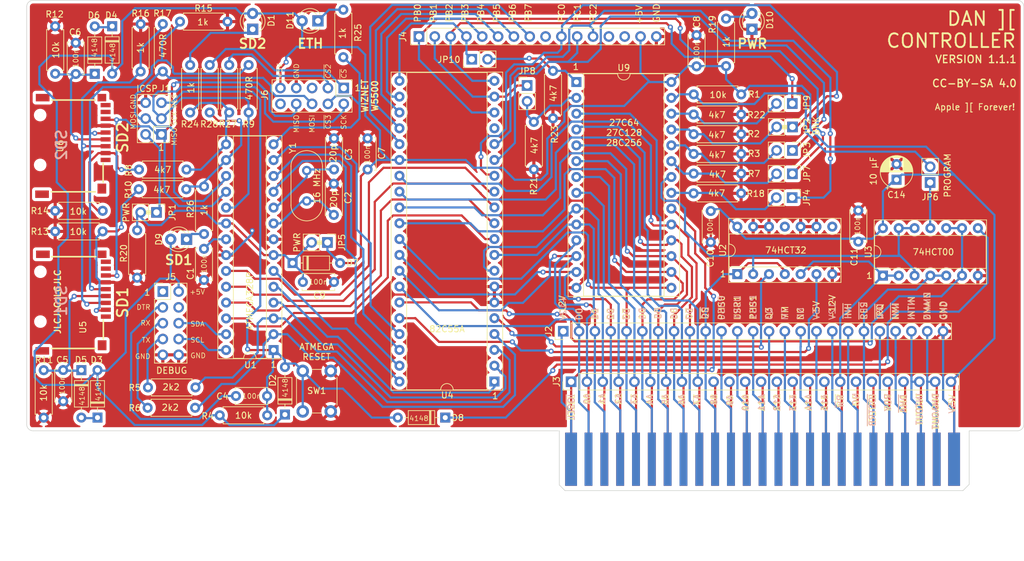
<source format=kicad_pcb>
(kicad_pcb (version 20211014) (generator pcbnew)
  (layers (0 "F.Cu" signal) (31 "B.Cu" signal) (34 "B.Paste" user) (35 "F.Paste" user) (36 "B.SilkS" user "B.Silkscreen") (37 "F.SilkS" user "F.Silkscreen") (38 "B.Mask" user) (39 "F.Mask" user) (44 "Edge.Cuts" user))
  (net 0 "")
  (net 1 "IOSEL")
  (net 2 "A0")
  (net 3 "A1")
  (net 4 "A2")
  (net 5 "A3")
  (net 6 "A4")
  (net 7 "A5")
  (net 8 "A6")
  (net 9 "A7")
  (net 10 "Net-(BUS1-Pad10)")
  (net 11 "Net-(BUS1-Pad11)")
  (net 12 "Net-(BUS1-Pad12)")
  (net 13 "Net-(BUS1-Pad13)")
  (net 14 "Net-(BUS1-Pad14)")
  (net 15 "Net-(BUS1-Pad15)")
  (net 16 "Net-(BUS1-Pad16)")
  (net 17 "Net-(BUS1-Pad17)")
  (net 18 "RW")
  (net 19 "Net-(BUS1-Pad19)")
  (net 20 "Net-(BUS1-Pad20)")
  (net 21 "Net-(BUS1-Pad21)")
  (net 22 "Net-(BUS1-Pad22)")
  (net 23 "Net-(BUS1-Pad23)")
  (net 24 "Net-(BUS1-Pad24)")
  (net 25 "+5V")
  (net 26 "GND")
  (net 27 "Net-(BUS1-Pad29)")
  (net 28 "Net-(BUS1-Pad30)")
  (net 29 "RES")
  (net 30 "Net-(BUS1-Pad32)")
  (net 31 "Net-(BUS1-Pad33)")
  (net 32 "Net-(BUS1-Pad34)")
  (net 33 "Net-(BUS1-Pad35)")
  (net 34 "Net-(BUS1-Pad36)")
  (net 35 "Net-(BUS1-Pad37)")
  (net 36 "Net-(BUS1-Pad38)")
  (net 37 "Net-(BUS1-Pad39)")
  (net 38 "Net-(BUS1-Pad40)")
  (net 39 "DS")
  (net 40 "D7")
  (net 41 "D6")
  (net 42 "D5")
  (net 43 "D4")
  (net 44 "D3")
  (net 45 "D2")
  (net 46 "D1")
  (net 47 "D0")
  (net 48 "Net-(BUS1-Pad50)")
  (net 49 "Net-(C1-Pad1)")
  (net 50 "Net-(C2-Pad1)")
  (net 51 "Net-(C3-Pad1)")
  (net 52 "Net-(C4-Pad1)")
  (net 53 "RESET")
  (net 54 "Net-(C5-Pad1)")
  (net 55 "Net-(C6-Pad1)")
  (net 56 "Net-(D8-Pad1)")
  (net 57 "CS2")
  (net 58 "Net-(D3-Pad1)")
  (net 59 "Net-(D4-Pad1)")
  (net 60 "MISO")
  (net 61 "Net-(J1-Pad2)")
  (net 62 "SCK")
  (net 63 "MOSI")
  (net 64 "CS")
  (net 65 "PC4")
  (net 66 "PC5")
  (net 67 "PC0")
  (net 68 "PC1")
  (net 69 "PB0")
  (net 70 "PB1")
  (net 71 "PB2")
  (net 72 "PD1")
  (net 73 "Net-(C9-Pad1)")
  (net 74 "PD0")
  (net 75 "Net-(R14-Pad1)")
  (net 76 "Net-(R15-Pad1)")
  (net 77 "Net-(R10-Pad2)")
  (net 78 "PB3")
  (net 79 "PD2")
  (net 80 "PD3")
  (net 81 "PD4")
  (net 82 "PD5")
  (net 83 "PD6")
  (net 84 "PD7")
  (net 85 "Net-(JP6-Pad1)")
  (net 86 "Net-(J4-Pad5)")
  (net 87 "Net-(J4-Pad6)")
  (net 88 "Net-(J4-Pad7)")
  (net 91 "PC2")
  (net 92 "Net-(J4-Pad8)")
  (net 93 "Net-(D10-Pad2)")
  (net 97 "OBFA")
  (net 98 "ACKA")
  (net 99 "STBA")
  (net 100 "IBFA")
  (net 101 "Net-(U3-Pad10)")
  (net 102 "Net-(JP6-Pad2)")
  (net 104 "Net-(JP2-Pad2)")
  (net 105 "Net-(JP3-Pad2)")
  (net 106 "CS3")
  (net 107 "Net-(J5-Pad5)")
  (net 108 "Net-(JP4-Pad2)")
  (net 109 "Net-(J5-Pad7)")
  (net 110 "Net-(JP7-Pad2)")
  (net 111 "Net-(U2-Pad3)")
  (net 112 "Net-(U2-Pad6)")
  (net 115 "Net-(JP8-Pad2)")
  (net 116 "Net-(JP9-Pad2)")
  (net 117 "Net-(JP10-Pad2)")
  (net 118 "Net-(R16-Pad1)")
  (net 119 "Net-(U2-Pad2)")
  (net 122 "Net-(J6-Pad1)")
  (net 123 "Net-(J6-Pad3)")
  (net 126 "Net-(D1-Pad1)")
  (net 127 "Net-(D9-Pad1)")
  (net 128 "Net-(D11-Pad1)")
  (footprint "Capacitor_THT:C_Disc_D5.0mm_W2.5mm_P5.00mm" (layer "F.Cu") (at 82.31 59.83 90)
    (fp_text reference "C2")
    (fp_text value "20p")
  )
  (footprint "Resistor_THT:R_Axial_DIN0207_L6.3mm_D2.5mm_P7.62mm_Horizontal" (layer "F.Cu") (at 114.41 44.91 -90)
    (fp_text reference "R21")
    (fp_text value "4k7")
  )
  (footprint "Connector_PinHeader_2.54mm:PinHeader_1x02_P2.54mm_Vertical" (layer "F.Cu") (at 178.01 54.64 180)
    (fp_text reference "JP6")
    (fp_text value "PROGRAM")
  )
  (footprint "Resistor_THT:R_Axial_DIN0207_L6.3mm_D2.5mm_P7.62mm_Horizontal" (layer "F.Cu") (at 59.25 35.79 -90)
    (fp_text reference "R24")
    (fp_text value "1k")
  )
  (footprint "Resistor_THT:R_Axial_DIN0207_L6.3mm_D2.5mm_P7.62mm_Horizontal" (layer "F.Cu") (at 57.62 28.82)
    (fp_text reference "R15")
    (fp_text value "1k")
  )
  (footprint "Diode_THT:D_DO-35_SOD27_P7.62mm_Horizontal" (layer "F.Cu") (at 100.19 92.37 180)
    (fp_text reference "D8")
    (fp_text value "4148")
  )
  (footprint "Resistor_THT:R_Axial_DIN0207_L6.3mm_D2.5mm_P7.62mm_Horizontal" (layer "F.Cu") (at 52.43 90.79)
    (fp_text reference "R6")
    (fp_text value "2k2")
  )
  (footprint "Resistor_THT:R_Axial_DIN0207_L6.3mm_D2.5mm_P7.62mm_Horizontal" (layer "F.Cu") (at 52.48 87.52)
    (fp_text reference "R5")
    (fp_text value "2k2")
  )
  (footprint "LED_THT:LED_D3.0mm" (layer "F.Cu") (at 69.28 30.05 90)
    (fp_text reference "D1")
    (fp_text value "LED" hide)
  )
  (footprint "Diode_THT:D_DO-35_SOD27_P7.62mm_Horizontal" (layer "F.Cu") (at 41.79 84.75 -90)
    (fp_text reference "D5")
    (fp_text value "4148")
  )
  (footprint "Capacitor_THT:C_Disc_D5.0mm_W2.5mm_P5.00mm" (layer "F.Cu") (at 140.52 35.99 90)
    (fp_text reference "C8")
    (fp_text value "100n")
  )
  (footprint "Apple2Card:MicroSD_Card_TB" (layer "F.Cu") (at 46.52 73.91 90)
    (fp_text reference "U5")
    (fp_text value "Slot1")
  )
  (footprint "LED_THT:LED_D3.0mm" (layer "F.Cu") (at 79.761 28.702 180)
    (fp_text reference "D11")
    (fp_text value "LED" hide)
  )
  (footprint "Diode_THT:D_DO-35_SOD27_P7.62mm_Horizontal" (layer "F.Cu") (at 75.692 67.564)
    (fp_text reference "D7")
    (fp_text value "4148" hide)
  )
  (footprint "Capacitor_THT:C_Disc_D5.0mm_W2.5mm_P5.00mm" (layer "F.Cu") (at 142.8 59.21 -90)
    (fp_text reference "C10")
    (fp_text value "100n")
  )
  (footprint "Connector_PinHeader_2.54mm:PinHeader_1x02_P2.54mm_Vertical" (layer "F.Cu") (at 53.848 59.436 -90)
    (fp_text reference "JP1")
    (fp_text value "PWR")
  )
  (footprint "Capacitor_THT:C_Disc_D5.0mm_W2.5mm_P5.00mm" (layer "F.Cu") (at 77.34 70.61)
    (fp_text reference "C9")
    (fp_text value "100n")
  )
  (footprint "Connector_PinHeader_2.54mm:PinHeader_1x02_P2.54mm_Vertical" (layer "F.Cu") (at 104.445 34.86 90)
    (fp_text reference "JP10")
    (fp_text value "PG9" hide)
  )
  (footprint "Capacitor_THT:C_Disc_D5.0mm_W2.5mm_P5.00mm" (layer "F.Cu") (at 40.89 37.22 90)
    (fp_text reference "C6")
    (fp_text value "100n")
  )
  (footprint "Resistor_THT:R_Axial_DIN0207_L6.3mm_D2.5mm_P7.62mm_Horizontal" (layer "F.Cu") (at 140.06 43.72)
    (fp_text reference "R22")
    (fp_text value "4k7")
  )
  (footprint "Connector_PinHeader_2.54mm:PinHeader_1x02_P2.54mm_Vertical" (layer "F.Cu") (at 155.92 45.72 -90)
    (fp_text reference "JP2")
    (fp_text value "PG0" hide)
  )
  (footprint "LED_THT:LED_D3.0mm" (layer "F.Cu") (at 58.674 63.754 180)
    (fp_text reference "D9")
    (fp_text value "LED" hide)
  )
  (footprint "Resistor_THT:R_Axial_DIN0207_L6.3mm_D2.5mm_P7.62mm_Horizontal" (layer "F.Cu") (at 140.05 56.38)
    (fp_text reference "R18")
    (fp_text value "4k7")
  )
  (footprint "Apple2Card:Apple2Slot" (layer "F.Cu") (at 119.37 93.97)
    (fp_text reference "BUS1" hide)
    (fp_text value "Apple2Bus" hide)
  )
  (footprint "Resistor_THT:R_Axial_DIN0207_L6.3mm_D2.5mm_P7.62mm_Horizontal" (layer "F.Cu") (at 45.212 62.484 180)
    (fp_text reference "R13")
    (fp_text value "10k")
  )
  (footprint "Connector_PinHeader_2.54mm:PinHeader_1x02_P2.54mm_Vertical" (layer "F.Cu") (at 155.885 41.97 -90)
    (fp_text reference "JP9")
    (fp_text value "PG2" hide)
  )
  (footprint "Resistor_THT:R_Axial_DIN0207_L6.3mm_D2.5mm_P7.62mm_Horizontal" (layer "F.Cu") (at 65.52 43.4 90)
    (fp_text reference "R27")
    (fp_text value "470R" hide)
  )
  (footprint "Diode_THT:D_DO-35_SOD27_P7.62mm_Horizontal" (layer "F.Cu") (at 46.736 29.56 -90)
    (fp_text reference "D4")
    (fp_text value "4148")
  )
  (footprint "Package_DIP:DIP-28_W7.62mm_Socket" (layer "F.Cu") (at 72.64 81.53 180)
    (fp_text reference "U1")
    (fp_text value "ATmega328P-P" hide)
  )
  (footprint "Crystal:Crystal_HC49-U_Vertical" (layer "F.Cu") (at 77.96 52.72 -90)
    (fp_text reference "Y1")
    (fp_text value "16 MHz")
  )
  (footprint "Connector_PinHeader_2.54mm:PinHeader_2x05_P2.54mm_Vertical" (layer "F.Cu") (at 54.864 72.136)
    (fp_text reference "J5")
    (fp_text value "SERCON" hide)
  )
  (footprint "Resistor_THT:R_Axial_DIN0207_L6.3mm_D2.5mm_P7.62mm_Horizontal" (layer "F.Cu") (at 61.48 62.9 90)
    (fp_text reference "R26")
    (fp_text value "1k")
  )
  (footprint "Connector_PinHeader_2.54mm:PinHeader_1x25_P2.54mm_Vertical" (layer "F.Cu") (at 120.396 86.614 90)
    (fp_text reference "J3")
    (fp_text value "Conn_01x25" hide)
  )
  (footprint "Resistor_THT:R_Axial_DIN0207_L6.3mm_D2.5mm_P7.62mm_Horizontal" (layer "F.Cu") (at 83.83 26.91 -90)
    (fp_text reference "R25")
    (fp_text value "1k")
  )
  (footprint "Connector_PinHeader_2.54mm:PinHeader_1x25_P2.54mm_Vertical" (layer "F.Cu") (at 119.13 78.51 90)
    (fp_text reference "J2")
    (fp_text value "Conn_01x25" hide)
  )
  (footprint "Resistor_THT:R_Axial_DIN0207_L6.3mm_D2.5mm_P7.62mm_Horizontal" (layer "F.Cu") (at 51.308 36.83 90)
    (fp_text reference "R16")
    (fp_text value "1k")
  )
  (footprint "Connector_PinHeader_2.54mm:PinHeader_1x02_P2.54mm_Vertical" (layer "F.Cu") (at 155.9 53.24 -90)
    (fp_text reference "JP7")
    (fp_text value "PG3" hide)
  )
  (footprint "Resistor_THT:R_Axial_DIN0207_L6.3mm_D2.5mm_P7.62mm_Horizontal" (layer "F.Cu") (at 140.06 50.05)
    (fp_text reference "R3")
    (fp_text value "4k7")
  )
  (footprint "Resistor_THT:R_Axial_DIN0207_L6.3mm_D2.5mm_P7.62mm_Horizontal" (layer "F.Cu") (at 117.48 36.72 -90)
    (fp_text reference "R23")
    (fp_text value "4k7")
  )
  (footprint "Package_DIP:DIP-14_W7.62mm_Socket" (layer "F.Cu") (at 147.066 69.342 90)
    (fp_text reference "U2")
    (fp_text value "74HCT32")
  )
  (footprint "Apple2Card:GCT-MEM2055-00-190-01-A" (layer "F.Cu") (at 46.482 48.768 90)
    (fp_text reference "U6")
    (fp_text value "Slot2")
  )
  (footprint "Resistor_THT:R_Axial_DIN0207_L6.3mm_D2.5mm_P7.62mm_Horizontal" (layer "F.Cu") (at 64 92)
    (fp_text reference "R4")
    (fp_text value "10k")
  )
  (footprint "Package_DIP:DIP-40_W15.24mm_Socket" (layer "F.Cu") (at 108.08 86.58 180)
    (fp_text reference "U4")
    (fp_text value "82C55A" hide)
  )
  (footprint "Resistor_THT:R_Axial_DIN0207_L6.3mm_D2.5mm_P7.62mm_Horizontal" (layer "F.Cu") (at 37.592 29.56 -90)
    (fp_text reference "R12")
    (fp_text value "10k")
  )
  (footprint "Capacitor_THT:C_Disc_D5.0mm_W2.5mm_P5.00mm" (layer "F.Cu") (at 38.88 84.74 -90)
    (fp_text reference "C5")
    (fp_text value "100n")
  )
  (footprint "Diode_THT:D_DO-35_SOD27_P7.62mm_Horizontal" (layer "F.Cu") (at 74.46 91.88 90)
    (fp_text reference "D2")
    (fp_text value "4148")
  )
  (footprint "Package_DIP:DIP-14_W7.62mm_Socket" (layer "F.Cu") (at 170.429 69.586 90)
    (fp_text reference "U3")
    (fp_text value "74HCT00")
  )
  (footprint "Resistor_THT:R_Axial_DIN0207_L6.3mm_D2.5mm_P7.62mm_Horizontal" (layer "F.Cu") (at 140.06 46.89)
    (fp_text reference "R2")
    (fp_text value "4k7")
  )
  (footprint "Connector_PinHeader_2.54mm:PinHeader_1x02_P2.54mm_Vertical" (layer "F.Cu") (at 81.28 64.262 -90)
    (fp_text reference "JP5")
    (fp_text value "PWR")
  )
  (footprint "Resistor_THT:R_Axial_DIN0207_L6.3mm_D2.5mm_P7.62mm_Horizontal" (layer "F.Cu") (at 140.06 53.21)
    (fp_text reference "R7")
    (fp_text value "4k7")
  )
  (footprint "Connector_PinHeader_2.54mm:PinHeader_1x02_P2.54mm_Vertical" (layer "F.Cu") (at 155.91 49.49 -90)
    (fp_text reference "JP3")
    (fp_text value "PG1" hide)
  )
  (footprint "Resistor_THT:R_Axial_DIN0207_L6.3mm_D2.5mm_P7.62mm_Horizontal" (layer "F.Cu") (at 50.75 69.92 90)
    (fp_text reference "R20")
    (fp_text value "10k" hide)
  )
  (footprint "Capacitor_THT:C_Disc_D5.0mm_W2.5mm_P5.00mm" (layer "F.Cu") (at 66.6 88.9)
    (fp_text reference "C4")
    (fp_text value "100n")
  )
  (footprint "Capacitor_THT:C_Disc_D5.0mm_W2.5mm_P5.00mm" (layer "F.Cu") (at 82.34 52.55 90)
    (fp_text reference "C3")
    (fp_text value "20p")
  )
  (footprint "Resistor_THT:R_Axial_DIN0207_L6.3mm_D2.5mm_P7.62mm_Horizontal" (layer "F.Cu") (at 145.26 35.96 90)
    (fp_text reference "R19")
    (fp_text value "1k")
  )
  (footprint "Button_Switch_THT:SW_PUSH_6mm" (layer "F.Cu") (at 77.32 91.38 90)
    (fp_text reference "SW1")
    (fp_text value "SW_Push")
  )
  (footprint "Resistor_THT:R_Axial_DIN0207_L6.3mm_D2.5mm_P7.62mm_Horizontal" (layer "F.Cu") (at 68.64 43.4 90)
    (fp_text reference "R9")
    (fp_text value "470R")
  )
  (footprint "Resistor_THT:R_Axial_DIN0207_L6.3mm_D2.5mm_P7.62mm_Horizontal" (layer "F.Cu") (at 147.69 40.5 180)
    (fp_text reference "R1")
    (fp_text value "10k")
  )
  (footprint "Package_DIP:DIP-28_W15.24mm_Socket" (layer "F.Cu") (at 121.235 38.515)
    (fp_text reference "U9")
    (fp_text value "28C256")
  )
  (footprint "Diode_THT:D_DO-35_SOD27_P7.62mm_Horizontal" (layer "F.Cu") (at 44.38 92.37 90)
    (fp_text reference "D3")
    (fp_text value "4148")
  )
  (footprint "Resistor_THT:R_Axial_DIN0207_L6.3mm_D2.5mm_P7.62mm_Horizontal" (layer "F.Cu") (at 58.63 55.72 180)
    (fp_text reference "R10")
    (fp_text value "4k7")
  )
  (footprint "LED_THT:LED_D3.0mm" (layer "F.Cu") (at 149.41 30.05 90)
    (fp_text reference "D10")
    (fp_text value "LED" hide)
  )
  (footprint "Resistor_THT:R_Axial_DIN0207_L6.3mm_D2.5mm_P7.62mm_Horizontal" (layer "F.Cu") (at 45.212 59.182 180)
    (fp_text reference "R14")
    (fp_text value "10k")
  )
  (footprint "Resistor_THT:R_Axial_DIN0207_L6.3mm_D2.5mm_P7.62mm_Horizontal" (layer "F.Cu") (at 54.864 29.21 -90)
    (fp_text reference "R17")
    (fp_text value "470R")
  )
  (footprint "Connector_PinHeader_2.54mm:PinHeader_1x02_P2.54mm_Vertical" (layer "F.Cu") (at 113.33 39.07)
    (fp_text reference "JP8")
    (fp_text value "PG4" hide)
  )
  (footprint "Connector_PinHeader_2.54mm:PinHeader_1x02_P2.54mm_Vertical" (layer "F.Cu") (at 155.865 57.07 -90)
    (fp_text reference "JP4")
    (fp_text value "PG2" hide)
  )
  (footprint "Connector_PinHeader_2.54mm:PinHeader_1x16_P2.54mm_Vertical" (layer "F.Cu") (at 95.97 31.21 90)
    (fp_text reference "J4")
    (fp_text value "Conn_01x16" hide)
  )
  (footprint "Connector_PinHeader_2.54mm:PinHeader_2x03_P2.54mm_Vertical" (layer "F.Cu") (at 54.645 46.915 180)
    (fp_text reference "J1")
    (fp_text value "ICSP" hide)
  )
  (footprint "Capacitor_THT:C_Disc_D5.0mm_W2.5mm_P5.00mm" (layer "F.Cu") (at 166.48 64.13 90)
    (fp_text reference "C11")
    (fp_text value "100n")
  )
  (footprint "Resistor_THT:R_Axial_DIN0207_L6.3mm_D2.5mm_P7.62mm_Horizontal" (layer "F.Cu") (at 35.75 92.38 90)
    (fp_text reference "R11")
    (fp_text value "10k")
  )
  (footprint "Connector_PinHeader_2.54mm:PinHeader_2x05_P2.54mm_Vertical" (layer "F.Cu") (at 83.9 39.48 -90)
    (fp_text reference "J6")
    (fp_text value "WIZNET 5500" hide)
  )
  (footprint "Capacitor_THT:C_Disc_D5.0mm_W2.5mm_P5.00mm" (layer "F.Cu") (at 87.73 52.55 90)
    (fp_text reference "C7")
    (fp_text value "100n")
  )
  (footprint "Resistor_THT:R_Axial_DIN0207_L6.3mm_D2.5mm_P7.62mm_Horizontal" (layer "F.Cu") (at 62.39 43.4 90)
    (fp_text reference "R28")
    (fp_text value "470R" hide)
  )
  (footprint "Capacitor_THT:CP_Radial_D5.0mm_P2.50mm" (layer "F.Cu") (at 172.62 54.19 90)
    (fp_text reference "C14")
    (fp_text value "10 µF")
  )
  (footprint "Resistor_THT:R_Axial_DIN0207_L6.3mm_D2.5mm_P7.62mm_Horizontal" (layer "F.Cu") (at 58.66 52.56 180)
    (fp_text reference "R8")
    (fp_text value "4k7")
  )
  (footprint "Capacitor_THT:C_Disc_D5.0mm_W2.5mm_P5.00mm" (layer "F.Cu") (at 61.468 65.278 -90)
    (fp_text reference "C1")
    (fp_text value "100n")
  )
  (footprint "Diode_THT:D_DO-35_SOD27_P7.62mm_Horizontal" (layer "F.Cu") (at 43.942 37.2 90)
    (fp_text reference "D6")
    (fp_text value "4148")
  )
  (gr_rect (start 154.33 45.48) (end 154.98 46.02) (layer "F.SilkS") (width 0.15) (fill solid))
  (gr_rect (start 154.43 45.48) (end 154.43 45.48) (layer "F.SilkS") (width 0.15) (fill none))
  (gr_rect (start 79.68 64.02) (end 80.33 64.56) (layer "F.SilkS") (width 0.15) (fill solid))
  (gr_rect (start 154.43 45.48) (end 154.43 45.48) (layer "F.SilkS") (width 0.15) (fill none))
  (gr_rect (start 52.25 59.17) (end 52.9 59.71) (layer "F.SilkS") (width 0.15) (fill solid))
  (gr_arc (start 193.04 93.47) (mid 192.739251 94.188696) (end 192.019952 94.488) (layer "Edge.Cuts") (width 0.1))
  (gr_line (start 184.277 94.488) (end 192.02 94.488) (layer "Edge.Cuts") (width 0.1))
  (gr_line (start 119.4 104.088) (end 183.277 104.088) (layer "Edge.Cuts") (width 0.1))
  (gr_line (start 34.039299 94.488) (end 118.491 94.488) (layer "Edge.Cuts") (width 0.1))
  (gr_line (start 118.491 94.488) (end 118.491 103.179) (layer "Edge.Cuts") (width 0.1))
  (gr_line (start 192.02276 25.4) (end 34.038696 25.4) (layer "Edge.Cuts") (width 0.1))
  (gr_arc (start 34.039299 94.488) (mid 33.320642 94.189194) (end 33.02 93.471304) (layer "Edge.Cuts") (width 0.1))
  (gr_line (start 33.02 26.419299) (end 33.02 93.471304) (layer "Edge.Cuts") (width 0.1))
  (gr_line (start 184.277 103.088) (end 184.277 94.488) (layer "Edge.Cuts") (width 0.1))
  (gr_arc (start 192.02276 25.4) (mid 192.740922 25.700531) (end 193.04 26.419299) (layer "Edge.Cuts") (width 0.1))
  (gr_arc (start 33.02 26.419299) (mid 33.319806 25.700231) (end 34.038696 25.4) (layer "Edge.Cuts") (width 0.1))
  (gr_line (start 118.491 103.179) (end 119.4 104.088) (layer "Edge.Cuts") (width 0.1))
  (gr_line (start 193.04 93.47) (end 193.04 26.419299) (layer "Edge.Cuts") (width 0.1))
  (gr_line (start 183.277 104.088) (end 184.277 103.088) (layer "Edge.Cuts") (width 0.1))
  (gr_text "DMAOUT" (at 178.9 91.34 90) (layer "B.SilkS") (effects (font (size 1 1)) (justify mirror)))
  (gr_text "A6" (at 138.17 89.49 90) (layer "B.SilkS") (effects (font (size 1 1)) (justify mirror)))
  (gr_text "-12V" (at 162.31 74.68 90) (layer "B.SilkS") (effects (font (size 1 1)) (justify mirror)))
  (gr_text "D7" (at 139.43 75.7 90) (layer "B.SilkS") (effects (font (size 1 1)) (justify mirror)))
  (gr_text "A13" (at 156.01 89.96 90) (layer "B.SilkS") (effects (font (size 1 1)) (justify mirror)))
  (gr_text "~{IOSTRB}" (at 168.75 91.17 90) (layer "B.SilkS") (effects (font (size 1 1)) (justify mirror)))
  (gr_text "USR1" (at 147.07 74.74 90) (layer "B.SilkS") (effects (font (size 1 1)) (justify mirror)))
  (gr_text "INTOUT" (at 176.3 91 90) (layer "B.SilkS") (effects (font (size 1 1)) (justify mirror)))
  (gr_text "~{IOSEL}" (at 120.43 90.69 90) (layer "B.SilkS") (effects (font (size 1 1)) (justify mirror)))
  (gr_text "SD1" (at 38.6 73.6 90) (layer "B.SilkS") (effects (font (size 1.7 1.7) (thickness 0.3)) (justify mirror)))
  (gr_text "7M" (at 154.7 75.68 90) (layer "B.SilkS") (effects (font (size 1 1)) (justify mirror)))
  (gr_text "A4" (at 133.04 89.45 90) (layer "B.SilkS") (effects (font (size 1 1)) (justify mirror)))
  (gr_text "A1" (at 125.37 89.36 90) (layer "B.SilkS") (effects (font (size 1 1)) (justify mirror)))
  (gr_text "D2" (at 126.77 75.74 90) (layer "B.SilkS") (effects (font (size 1 1)) (justify mirror)))
  (gr_text "+12V" (at 119.1 74.8 90) (layer "B.SilkS") (effects (font (size 1 1)) (justify mirror)))
  (gr_text "D5" (at 134.37 75.62 90) (layer "B.SilkS") (effects (font (size 1 1)) (justify mirror)))
  (gr_text "-5V" (at 159.75 75.17 90) (layer "B.SilkS") (effects (font (size 1 1)) (justify mirror)))
  (gr_text "A2" (at 128.01 89.34 90) (layer "B.SilkS") (effects (font (size 1 1)) (justify mirror)))
  (gr_text "~{IRQ}" (at 169.94 75.28 90) (layer "B.SilkS") (effects (font (size 1 1)) (justify mirror)))
  (gr_text "A0" (at 122.95 89.36 90) (layer "B.SilkS") (effects (font (size 1 1)) (justify mirror)))
  (gr_text "~{NMI}" (at 172.47 75.21 90) (layer "B.SilkS") (effects (font (size 1 1)) (justify mirror)))
  (gr_text "Q3" (at 152.18 75.68 90) (layer "B.SilkS") (effects (font (size 1 1)) (justify mirror)))
  (gr_text "A9" (at 145.88 89.59 90) (layer "B.SilkS") (effects (font (size 1 1)) (justify mirror)))
  (gr_text "NC" (at 157.22 74.57 90) (layer "B.SilkS") (effects (font (size 1 1)) (justify left mirror)))
  (gr_text "D6" (at 136.9 75.69 90) (layer "B.SilkS") (effects (font (size 1 1)) (justify mirror)))
  (gr_text "DMAIN" (at 177.54 74.5 90) (layer "B.SilkS") (effects (font (size 1 1)) (justify mirror)))
  (gr_text "R~{W}" (at 163.6 89.76 90) (layer "B.SilkS") (effects (font (size 1 1)) (justify mirror)))
  (gr_text "D4" (at 131.83 75.7 90) (layer "B.SilkS") (effects (font (size 1 1)) (justify mirror)))
  (gr_text "A3" (at 130.55 89.4 90) (layer "B.SilkS") (effects (font (size 1 1)) (justify mirror)))
  (gr_text "~{INH}" (at 164.86 75.29 90) (layer "B.SilkS") (effects (font (size 1 1)) (justify mirror)))
  (gr_text "A5" (at 135.53 89.45 90) (layer "B.SilkS") (effects (font (size 1 1)) (justify mirror)))
  (gr_text "A7" (at 140.58 89.49 90) (layer "B.SilkS") (effects (font (size 1 1)) (justify mirror)))
  (gr_text "D0" (at 121.68 75.77 90) (layer "B.SilkS") (effects (font (size 1 1)) (justify mirror)))
  (gr_text "NC" (at 166.11 90.54 90) (layer "B.SilkS") (effects (font (size 1 1)) (justify right mirror)))
  (gr_text "RDY" (at 171.24 89.93 90) (layer "B.SilkS") (effects (font (size 1 1)) (justify mirror)))
  (gr_text "GND" (at 180.25 75.2 90) (layer "B.SilkS") (effects (font (size 1 1)) (justify mirror)))
  (gr_text "~{DS}" (at 141.98 76.6 90) (layer "B.SilkS") (effects (font (size 1 1)) (justify right mirror)))
  (gr_text "PHS1" (at 149.62 74.69 90) (layer "B.SilkS") (effects (font (size 1 1)) (justify mirror)))
  (gr_text "+5V" (at 181.52 90.18 90) (layer "B.SilkS") (effects (font (size 1 1)) (justify mirror)))
  (gr_text "INTIN" (at 175 74.82 90) (layer "B.SilkS") (effects (font (size 1 1)) (justify mirror)))
  (gr_text "A12" (at 153.43 89.94 90) (layer "B.SilkS") (effects (font (size 1 1)) (justify mirror)))
  (gr_text "SD2" (at 38.6 48.6 90) (layer "B.SilkS") (effects (font (size 1.7 1.7) (thickness 0.3)) (justify mirror)))
  (gr_text "A11" (at 150.97 89.97 90) (layer "B.SilkS") (effects (font (size 1 1)) (justify mirror)))
  (gr_text "A10" (at 148.37 89.95 90) (layer "B.SilkS") (effects (font (size 1 1)) (justify mirror)))
  (gr_text "PHS0" (at 144.53 74.75 90) (layer "B.SilkS") (effects (font (size 1 1)) (justify mirror)))
  (gr_text "A14" (at 158.5 89.94 90) (layer "B.SilkS") (effects (font (size 1 1)) (justify mirror)))
  (gr_text "~{DMA}" (at 173.76 90.12 90) (layer "B.SilkS") (effects (font (size 1 1)) (justify mirror)))
  (gr_text "~{RES}" (at 167.41 75.17 90) (layer "B.SilkS") (effects (font (size 1 1)) (justify mirror)))
  (gr_text "D3" (at 129.31 75.74 90) (layer "B.SilkS") (effects (font (size 1 1)) (justify mirror)))
  (gr_text "A15" (at 161.08 89.96 90) (layer "B.SilkS") (effects (font (size 1 1)) (justify mirror)))
  (gr_text "A8" (at 143.32 89.46 90) (layer "B.SilkS") (effects (font (size 1 1)) (justify mirror)))
  (gr_text "D1" (at 124.2 75.74 90) (layer "B.SilkS") (effects (font (size 1 1)) (justify mirror)))
  (gr_text "A7" (at 140.6 89.5 90) (layer "F.SilkS") (effects (font (size 1 1))))
  (gr_text "D6" (at 136.98 75.66 90) (layer "F.SilkS") (effects (font (size 1 1))))
  (gr_text "A10" (at 148.39 89.96 90) (layer "F.SilkS") (effects (font (size 1 1))))
  (gr_text "A6" (at 138.19 89.5 90) (layer "F.SilkS") (effects (font (size 1 1))))
  (gr_text "A8" (at 143.34 89.47 90) (layer "F.SilkS") (effects (font (size 1 1))))
  (gr_text "PB7" (at 113.538 27.432 90) (layer "F.SilkS") (effects (font (size 1 1))))
  (gr_text "MISO" (at 56.7 47.26 90) (layer "F.SilkS") (effects (font (size 0.8 0.8) (thickness 0.1))))
  (gr_text "SD2" (at 69.27 32.36) (layer "F.SilkS") (effects (font (size 1.5 1.5) (thickness 0.3))))
  (gr_text "D5" (at 134.32 75.59 90) (layer "F.SilkS") (effects (font (size 1 1))))
  (gr_text "PC1" (at 121.412 27.432 90) (layer "F.SilkS") (effects (font (size 1 1))))
  (gr_text "~{IOSTRB}" (at 168.78 91.15 90) (layer "F.SilkS") (effects (font (size 1 1))))
  (gr_text "A15" (at 161.1 89.97 90) (layer "F.SilkS") (effects (font (size 1 1))))
  (gr_text "VERSION 1.1.1\n\nCC-BY-SA 4.0" (at 192.01 36.79) (layer "F.SilkS") (effects (font (size 1.2 1.2) (thickness 0.2)) (justify right)))
  (gr_text "A3" (at 130.57 89.41 90) (layer "F.SilkS") (effects (font (size 1 1))))
  (gr_text "+12V" (at 118.97 74.76 90) (layer "F.SilkS") (effects (font (size 1 1))))
  (gr_text "27C64\n27C128\n28C256" (at 128.9 46.65) (layer "F.SilkS") (effects (font (size 1 1))))
  (gr_text "ICSP" (at 52.33 39.58) (layer "F.SilkS") (effects (font (size 1 1))))
  (gr_text "D1" (at 124.25 75.71 90) (layer "F.SilkS") (effects (font (size 1 1))))
  (gr_text "GND" (at 52.93 82.55) (layer "F.SilkS") (effects (font (size 0.8 0.8) (thickness 0.1)) (justify right)))
  (gr_text "RX" (at 52.93 77.19) (layer "F.SilkS") (effects (font (size 0.8 0.8) (thickness 0.1)) (justify right)))
  (gr_text "ATMEGA\nRESET" (at 79.55 81.81) (layer "F.SilkS") (effects (font (size 1 1))))
  (gr_text "PB1" (at 98.298 27.432 90) (layer "F.SilkS") (effects (font (size 1 1))))
  (gr_text "-5V" (at 159.74 75.16 90) (layer "F.SilkS") (effects (font (size 1 1))))
  (gr_text "SD1" (at 48.41 73.91 90) (layer "F.SilkS") (effects (font (size 1.7 1.7) (thickness 0.3))))
  (gr_text "Apple ][ Forever!" (at 191.73 42.53) (layer "F.SilkS") (effects (font (size 1 1)) (justify right)))
  (gr_text "1" (at 86.13 39.46) (layer "F.SilkS") (effects (font (size 1 1))))
  (gr_text "GND" (at 134.112 27.432 90) (layer "F.SilkS") (effects (font (size 1 1))))
  (gr_text "TX" (at 52.93 79.93) (layer "F.SilkS") (effects (font (size 0.8 0.8) (thickness 0.1)) (justify right)))
  (gr_text "INTOUT" (at 176.32 91.01 90) (layer "F.SilkS") (effects (font (size 1 1))))
  (gr_text "A9" (at 145.9 89.6 90) (layer "F.SilkS") (effects (font (size 1 1))))
  (gr_text "82C55A" (at 100.48 78.15) (layer "F.SilkS") (effects (font (size 1 1))))
  (gr_text "MOSI" (at 78.81 43.7 90) (layer "F.SilkS") (effects (font (size 0.8 0.8) (thickness 0.1)) (justify right)))
  (gr_text "PB2" (at 100.838 27.432 90) (layer "F.SilkS") (effects (font (size 1 1))))
  (gr_text "~{CS3}" (at 81.4 43.7 90) (layer "F.SilkS") (effects (font (size 0.8 0.8) (thickness 0.1)) (justify right)))
  (gr_text "PHS0" (at 144.54 74.72 90) (layer "F.SilkS") (effects (font (size 1 1))))
  (gr_text "NC" (at 157.22 76.81 90) (layer "F.SilkS") (effects (font (size 1 1)) (justify left)))
  (gr_text "GND" (at 59.24 82.42) (layer "F.SilkS") (effects (font (size 0.8 0.8) (thickness 0.1)) (justify left)))
  (gr_text "+5V" (at 131.318 27.686 90) (layer "F.SilkS") (effects (font (size 1 1))))
  (gr_text "JLCJLCJLCJLC" (at 37.98 73.77 90) (layer "F.SilkS") (effects (font (size 1 1) (thickness 0.2))))
  (gr_text "DAN ][\nCONTROLLER" (at 191.94 30.12) (layer "F.SilkS") (effects (font (size 2.2 2.2) (thickness 0.3)) (justify right)))
  (gr_text "GND" (at 180.11 75.15 90) (layer "F.SilkS") (effects (font (size 1 1))))
  (gr_text "PB4" (at 105.918 27.432 90) (layer "F.SilkS") (effects (font (size 1 1))))
  (gr_text "7M" (at 154.74 75.51 90) (layer "F.SilkS") (effects (font (size 1 1))))
  (gr_text "PB5" (at 108.458 27.432 90) (layer "F.SilkS") (effects (font (size 1 1))))
  (gr_text "NC" (at 166.13 88.44 90) (layer "F.SilkS") (effects (font (size 1 1)) (justify right)))
  (gr_text "GND" (at 76.31 38.05 90) (layer "F.SilkS") (effects (font (size 0.8 0.8) (thickness 0.1)) (justify left)))
  (gr_text "MOSI" (at 50.12 44.66 90) (layer "F.SilkS") (effects (font (size 0.8 0.8) (thickness 0.1))))
  (gr_text "A0" (at 122.97 89.37 90) (layer "F.SilkS") (effects (font (size 1 1))))
  (gr_text "D3" (at 129.19 75.71 90) (layer "F.SilkS") (effects (font (size 1 1))))
  (gr_text "PB6" (at 110.998 27.432 90) (layer "F.SilkS") (effects (font (size 1 1))))
  (gr_text "A1" (at 125.39 89.37 90) (layer "F.SilkS") (effects (font (size 1 1))))
  (gr_text "D7" (at 139.33 75.67 90) (layer "F.SilkS") (effects (font (size 1 1))))
  (gr_text "SD2" (at 48.41 47.42 90) (layer "F.SilkS") (effects (font (size 1.7 1.7) (thickness 0.3))))
  (gr_text "~{CS2}" (at 81.4 38.05 90) (layer "F.SilkS") (effects (font (size 0.8 0.8) (thickness 0.1) italic) (justify left)))
  (gr_text "DMAOUT" (at 178.9 91.38 90) (layer "F.SilkS") (effects (font (size 1 1))))
  (gr_text "A13" (at 156.03 89.97 90) (layer "F.SilkS") (effects (font (size 1 1))))
  (gr_text "GND" (at 50.12 41.68 90) (layer "F.SilkS") (effects (font (size 0.8 0.8) (thickness 0.1))))
  (gr_text "RES" (at 56.75 41.57 90) (layer "F.SilkS") (effects (font (size 0.8 0.8) (thickness 0.1))))
  (gr_text "-12V" (at 162.31 74.65 90) (layer "F.SilkS") (effects (font (size 1 1))))
  (gr_text "DTR" (at 52.93 74.66) (layer "F.SilkS") (effects (font (size 0.8 0.8) (thickness 0.1)) (justify right)))
  (gr_text "BNK" (at 159.7 45.54 90) (layer "F.SilkS") (effects (font (size 1 1))))
  (gr_text "R~{W}" (at 163.62 89.64 90) (layer "F.SilkS") (effects (font (size 1 1))))
  (gr_text "+5V" (at 73.6 38.05 90) (layer "F.SilkS") (effects (font (size 0.8 0.8) (thickness 0.1)) (justify left)))
  (gr_text "A5" (at 135.55 89.46 90) (layer "F.SilkS") (effects (font (size 1 1))))
  (gr_text "~{DMA}" (at 173.78 90.13 90) (layer "F.SilkS") (effects (font (size 1 1))))
  (gr_text "SDA" (at 59.24 77.34) (layer "F.SilkS") (effects (font (size 0.8 0.8) (thickness 0.1)) (justify left)))
  (gr_text "D0" (at 121.71 75.74 90) (layer "F.SilkS") (effects (font (size 1 1))))
  (gr_text "1" (at 144.77 69.32) (layer "F.SilkS") (effects (font (size 1 1))))
  (gr_text "SD1" (at 57.42 67.07) (layer "F.SilkS") (effects (font (size 1.5 1.5) (thickness 0.3))))
  (gr_text "+5V" (at 181.54 90.19 90) (layer "F.SilkS") (effects (font (size 1 1))))
  (gr_text "PHS1" (at 149.61 74.67 90) (layer "F.SilkS") (effects (font (size 1 1))))
  (gr_text "~{RES}" (at 167.39 75.24 90) (layer "F.SilkS") (effects (font (size 1 1))))
  (gr_text "RDY" (at 171.26 89.94 90) (layer "F.SilkS") (effects (font (size 1 1))))
  (gr_text "A11" (at 150.99 89.98 90) (layer "F.SilkS") (effects (font (size 1 1))))
  (gr_text "1" (at 52.37 72.28) (layer "F.SilkS") (effects (font (size 1 1))))
  (gr_text "ATMEGA328P" (at 68.83 73.66 90) (layer "F.SilkS") (effects (font (size 1 1))))
  (gr_text "~{IOSEL}" (at 120.45 90.7 90) (layer "F.SilkS") (effects (font (size 1 1))))
  (gr_text "INTIN" (at 175.03 74.78 90) (layer "F.SilkS") (effects (font (size 1 1))))
  (gr_text "A12" (at 153.45 89.95 90) (layer "F.SilkS") (effects (font (size 1 1))))
  (gr_text "ETH" (at 78.55 32.36) (layer "F.SilkS") (effects (font (size 1.5 1.5) (thickness 0.3))))
  (gr_text "74HCT00" (at 178.53 65.8) (layer "F.SilkS") (effects (font (size 1 1))))
  (gr_text "SCK" (at 83.9 43.7 90) (layer "F.SilkS") (effects (font (size 0.8 0.8) (thickness 0.1)) (justify right)))
  (gr_text "~{DS}" (at 141.89 75.63 90) (layer "F.SilkS") (effects (font (size 1 1))))
  (gr_text "+5V" (at 59.11 72.21) (layer "F.SilkS") (effects (font (size 0.8 0.8) (thickness 0.1)) (justify left)))
  (gr_text "DMAIN" (at 177.55 74.45 90) (layer "F.SilkS") (effects (font (size 1 1))))
  (gr_text "PC0" (at 118.872 27.432 90) (layer "F.SilkS") (effects (font (size 1 1))))
  (gr_text "WIZNET\nW5500" (at 88.09 40.75 90) (layer "F.SilkS") (effects (font (size 1 1) (thickness 0.2))))
  (gr_text "1" (at 121.158 36.068) (layer "F.SilkS") (effects (font (size 1 1))))
  (gr_text "PB0" (at 95.758 27.432 90) (layer "F.SilkS") (effects (font (size 1 1))))
  (gr_text "1" (at 54.62 49.03) (layer "F.SilkS") (effects (font (size 1 1))))
  (gr_text "DEBUG" (at 56.28 84.81) (layer "F.SilkS") (effects (font (size 1 1))))
  (gr_text "MISO" (at 76.3 43.7 90) (layer "F.SilkS") (effects (font (size 0.8 0.8) (thickness 0.1)) (justify right)))
  (gr_text "A2" (at 128.03 89.35 90) (layer "F.SilkS") (effects (font (size 1 1))))
  (gr_text "A4" (at 133.06 89.46 90) (layer "F.SilkS") (effects (font (size 1 1))))
  (gr_text "~{NMI}" (at 172.47 75.36 90) (layer "F.SilkS") (effects (font (size 1 1))))
  (gr_text "Q3" (at 152.16 75.64 90) (layer "F.SilkS") (effects (font (size 1 1))))
  (gr_text "PWR" (at 149.47 32.36) (layer "F.SilkS") (effects (font (size 1.5 1.5) (thickness 0.3))))
  (gr_text "PB3" (at 103.378 27.432 90) (layer "F.SilkS") (effects (font (size 1 1))))
  (gr_text "USR1" (at 147.08 74.74 90) (layer "F.SilkS") (effects (font (size 1 1))))
  (gr_text "1" (at 168.25 69.6) (layer "F.SilkS") (effects (font (size 1 1))))
  (gr_text "D2" (at 126.69 75.71 90) (layer "F.SilkS") (effects (font (size 1 1))))
  (gr_text "1" (at 108.204 88.9) (layer "F.SilkS") (effects (font (size 1 1))))
  (gr_text "SCL" (at 59.24 79.91) (layer "F.SilkS") (effects (font (size 0.8 0.8) (thickness 0.1)) (justify left)))
  (gr_text "~{INH}" (at 164.83 75.26 90) (layer "F.SilkS") (effects (font (size 1 1))))
  (gr_text "~{IRQ}" (at 169.96 75.38 90) (layer "F.SilkS") (effects (font (size 1 1))))
  (gr_text "A14" (at 158.52 89.95 90) (layer "F.SilkS") (effects (font (size 1 1))))
  (gr_text "PC2" (at 123.952 27.432 90) (layer "F.SilkS") (effects (font (size 1 1))))
  (gr_text "1" (at 72.65 83.86) (layer "F.SilkS") (effects (font (size 1 1))))
  (gr_text "D4" (at 131.86 75.66 90) (layer "F.SilkS") (effects (font (size 1 1))))
  (gr_text "74HCT32" (at 154.85 65.51) (layer "F.SilkS") (effects (font (size 1 1))))
  (gr_text "SCK" (at 56.73 44.35 90) (layer "F.SilkS") (effects (font (size 0.8 0.8) (thickness 0.1))))
  (gr_text "~{CS}" (at 83.93 38.05 90) (layer "F.SilkS") (effects (font (size 0.8 0.8) (thickness 0.1) italic) (justify left)))
  (segment (start 142.88 84.8) (end 122.11 84.8) (width 0.35) (layer "F.Cu") (net 1))
  (segment (start 143.256 72.898) (end 141.91 71.552) (width 0.35) (layer "F.Cu") (net 1))
  (segment (start 140.3 62.47) (end 136.665 58.835) (width 0.35) (layer "F.Cu") (net 1))
  (segment (start 141.91 67.63) (end 140.3 66.02) (width 0.35) (layer "F.Cu") (net 1))
  (segment (start 140.3 66.02) (end 140.3 62.47) (width 0.35) (layer "F.Cu") (net 1))
  (segment (start 143 84.68) (end 142.88 84.8) (width 0.35) (layer "F.Cu") (net 1))
  (segment (start 120.396 86.514) (end 120.396 86.614) (width 0.35) (layer "F.Cu") (net 1))
  (segment (start 122.11 84.8) (end 120.396 86.514) (width 0.35) (layer "F.Cu") (net 1))
  (segment (start 141.91 71.552) (end 141.91 67.63) (width 0.35) (layer "F.Cu") (net 1))
  (segment (start 136.665 58.835) (end 136.475 58.835) (width 0.35) (layer "F.Cu") (net 1))
  (segment (start 120.396 99.06) (end 120.396 86.614) (width 0.35) (layer "F.Cu") (net 1))
  (via (at 143.256 72.898) (size 0.8) (drill 0.4) (layers "F.Cu" "B.Cu") (net 1))
  (via (at 143 84.68) (size 0.8) (drill 0.4) (layers "F.Cu" "B.Cu") (net 1))
  (segment (start 143.256 72.898) (end 143.27 72.912) (width 0.35) (layer "B.Cu") (net 1))
  (segment (start 143.27 84.41) (end 143 84.68) (width 0.35) (layer "B.Cu") (net 1))
  (segment (start 143.27 72.912) (end 143.27 84.41) (width 0.35) (layer "B.Cu") (net 1))
  (segment (start 123.19 86.868) (end 122.936 86.614) (width 0.35) (layer "F.Cu") (net 2))
  (segment (start 123.19 99.06) (end 123.19 86.868) (width 0.35) (layer "F.Cu") (net 2))
  (segment (start 123.325 61.375) (end 121.235 61.375) (width 0.35) (layer "B.Cu") (net 2))
  (segment (start 124.03 75.42) (end 124.03 62.08) (width 0.35) (layer "B.Cu") (net 2))
  (segment (start 122.936 86.614) (end 122.936 76.514) (width 0.35) (layer "B.Cu") (net 2))
  (segment (start 122.936 76.514) (end 124.03 75.42) (width 0.35) (layer "B.Cu") (net 2))
  (segment (start 108.08 66.26) (end 114.9 66.26) (width 0.35) (layer "B.Cu") (net 2))
  (segment (start 124.03 62.08) (end 123.325 61.375) (width 0.35) (layer "B.Cu") (net 2))
  (segment (start 119.76 61.4) (end 121.21 61.4) (width 0.35) (layer "B.Cu") (net 2))
  (segment (start 121.21 61.4) (end 121.235 61.375) (width 0.35) (layer "B.Cu") (net 2))
  (segment (start 114.9 66.26) (end 119.76 61.4) (width 0.35) (layer "B.Cu") (net 2))
  (segment (start 125.73 86.868) (end 125.476 86.614) (width 0.35) (layer "F.Cu") (net 3))
  (segment (start 125.73 99.06) (end 125.73 86.868) (width 0.35) (layer "F.Cu") (net 3))
  (segment (start 124.78 72.51) (end 124.78 60.68) (width 0.35) (layer "B.Cu") (net 3))
  (segment (start 122.935 58.835) (end 121.235 58.835) (width 0.35) (layer "B.Cu") (net 3))
  (segment (start 106.42 65.59) (end 107.02 64.99) (width 0.35) (layer "B.Cu") (net 3))
  (segment (start 114.82 64.99) (end 120.975 58.835) (width 0.35) (layer "B.Cu") (net 3))
  (segment (start 107.02 68.77) (end 106.42 68.17) (width 0.35) (layer "B.Cu") (net 3))
  (segment (start 108.08 68.8) (end 108.05 68.77) (width 0.35) (layer "B.Cu") (net 3))
  (segment (start 124.78 60.68) (end 122.935 58.835) (width 0.35) (layer "B.Cu") (net 3))
  (segment (start 106.42 68.17) (end 106.42 65.59) (width 0.35) (layer "B.Cu") (net 3))
  (segment (start 107.02 64.99) (end 114.82 64.99) (width 0.35) (layer "B.Cu") (net 3))
  (segment (start 125.476 86.614) (end 125.476 73.206) (width 0.35) (layer "B.Cu") (net 3))
  (segment (start 125.476 73.206) (end 124.78 72.51) (width 0.35) (layer "B.Cu") (net 3))
  (segment (start 120.975 58.835) (end 121.235 58.835) (width 0.35) (layer "B.Cu") (net 3))
  (segment (start 108.05 68.77) (end 107.02 68.77) (width 0.35) (layer "B.Cu") (net 3))
  (segment (start 128.27 86.868) (end 128.016 86.614) (width 0.35) (layer "F.Cu") (net 4))
  (segment (start 128.27 99.06) (end 128.27 86.868) (width 0.35) (layer "F.Cu") (net 4))
  (segment (start 125.63 71.75) (end 125.63 58.42) (width 0.35) (layer "B.Cu") (net 4))
  (segment (start 125.63 58.42) (end 123.505 56.295) (width 0.35) (layer "B.Cu") (net 4))
  (segment (start 128.016 74.136) (end 125.63 71.75) (width 0.35) (layer "B.Cu") (net 4))
  (segment (start 128.016 86.614) (end 128.016 74.136) (width 0.35) (layer "B.Cu") (net 4))
  (segment (start 123.505 56.295) (end 121.235 56.295) (width 0.35) (layer "B.Cu") (net 4))
  (segment (start 130.81 99.06) (end 130.81 86.868) (width 0.35) (layer "F.Cu") (net 5))
  (segment (start 130.81 86.868) (end 130.556 86.614) (width 0.35) (layer "F.Cu") (net 5))
  (segment (start 130.556 86.614) (end 130.556 74.896) (width 0.35) (layer "B.Cu") (net 5))
  (segment (start 126.48 70.82) (end 126.48 55.21) (width 0.35) (layer "B.Cu") (net 5))
  (segment (start 130.556 74.896) (end 126.48 70.82) (width 0.35) (layer "B.Cu") (net 5))
  (segment (start 125.025 53.755) (end 121.235 53.755) (width 0.35) (layer "B.Cu") (net 5))
  (segment (start 126.48 55.21) (end 125.025 53.755) (width 0.35) (layer "B.Cu") (net 5))
  (segment (start 133.35 99.06) (end 133.35 86.868) (width 0.35) (layer "F.Cu") (net 6))
  (segment (start 133.35 86.868) (end 133.096 86.614) (width 0.35) (layer "F.Cu") (net 6))
  (segment (start 133.096 86.614) (end 133.096 75.806) (width 0.35) (layer "B.Cu") (net 6))
  (segment (start 128.37 53.34) (end 126.245 51.215) (width 0.35) (layer "B.Cu") (net 6))
  (segment (start 128.37 71.08) (end 128.37 53.34) (width 0.35) (layer "B.Cu") (net 6))
  (segment (start 126.245 51.215) (end 121.235 51.215) (width 0.35) (layer "B.Cu") (net 6))
  (segment (start 133.096 75.806) (end 128.37 71.08) (width 0.35) (layer "B.Cu") (net 6))
  (segment (start 135.89 99.06) (end 135.89 86.868) (width 0.35) (layer "F.Cu") (net 7))
  (segment (start 135.89 86.868) (end 135.636 86.614) (width 0.35) (layer "F.Cu") (net 7))
  (segment (start 135.636 86.614) (end 135.636 75.536) (width 0.35) (layer "B.Cu") (net 7))
  (segment (start 130.5 51.73) (end 127.445 48.675) (width 0.35) (layer "B.Cu") (net 7))
  (segment (start 127.445 48.675) (end 121.235 48.675) (width 0.35) (layer "B.Cu") (net 7))
  (segment (start 133.86 75.25) (end 130.5 71.89) (width 0.35) (layer "B.Cu") (net 7))
  (segment (start 135.636 75.536) (end 135.35 75.25) (width 0.35) (layer "B.Cu") (net 7))
  (segment (start 135.35 75.25) (end 133.86 75.25) (width 0.35) (layer "B.Cu") (net 7))
  (segment (start 130.5 71.89) (end 130.5 51.73) (width 0.35) (layer "B.Cu") (net 7))
  (segment (start 138.43 99.06) (end 138.43 86.868) (width 0.35) (layer "F.Cu") (net 8))
  (segment (start 138.43 86.868) (end 138.176 86.614) (width 0.35) (layer "F.Cu") (net 8))
  (segment (start 132.19 49.87) (end 128.02 45.7) (width 0.35) (layer "B.Cu") (net 8))
  (segment (start 121.66 45.71) (end 121.235 46.135) (width 0.35) (layer "B.Cu") (net 8))
  (segment (start 134.49 74.43) (end 132.68 72.62) (width 0.35) (layer "B.Cu") (net 8))
  (segment (start 138.176 86.614) (end 138.176 75.096) (width 0.35) (layer "B.Cu") (net 8))
  (segment (start 128.02 45.7) (end 122.04 45.7) (width 0.35) (layer "B.Cu") (net 8))
  (segment (start 122.03 45.71) (end 121.66 45.71) (width 0.35) (layer "B.Cu") (net 8))
  (segment (start 132.19 61.925325) (end 132.19 49.87) (width 0.35) (layer "B.Cu") (net 8))
  (segment (start 138.176 75.096) (end 137.51 74.43) (width 0.35) (layer "B.Cu") (net 8))
  (segment (start 137.51 74.43) (end 134.49 74.43) (width 0.35) (layer "B.Cu") (net 8))
  (segment (start 132.68 72.62) (end 132.68 62.415325) (width 0.35) (layer "B.Cu") (net 8))
  (segment (start 132.68 62.415325) (end 132.19 61.925325) (width 0.35) (layer "B.Cu") (net 8))
  (segment (start 122.04 45.7) (end 122.03 45.71) (width 0.35) (layer "B.Cu") (net 8))
  (segment (start 140.97 99.06) (end 140.97 86.868) (width 0.35) (layer "F.Cu") (net 9))
  (segment (start 140.97 86.868) (end 140.716 86.614) (width 0.35) (layer "F.Cu") (net 9))
  (segment (start 134.71 72.92) (end 134.71 60.25) (width 0.35) (layer "B.Cu") (net 9))
  (segment (start 134.12 59.66) (end 134.12 47.89) (width 0.35) (layer "B.Cu") (net 9))
  (segment (start 140.716 86.614) (end 140.716 74.986) (width 0.35) (layer "B.Cu") (net 9))
  (segment (start 134.12 47.89) (end 129.825 43.595) (width 0.35) (layer "B.Cu") (net 9))
  (segment (start 134.71 60.25) (end 134.12 59.66) (width 0.35) (layer "B.Cu") (net 9))
  (segment (start 129.825 43.595) (end 121.235 43.595) (width 0.35) (layer "B.Cu") (net 9))
  (segment (start 139.31 73.58) (end 135.37 73.58) (width 0.35) (layer "B.Cu") (net 9))
  (segment (start 140.716 74.986) (end 139.31 73.58) (width 0.35) (layer "B.Cu") (net 9))
  (segment (start 135.37 73.58) (end 134.71 72.92) (width 0.35) (layer "B.Cu") (net 9))
  (segment (start 143.51 99.06) (end 143.51 86.868) (width 0.35) (layer "F.Cu") (net 10))
  (segment (start 143.51 86.868) (end 143.256 86.614) (width 0.35) (layer "F.Cu") (net 10))
  (segment (start 146.05 86.868) (end 145.796 86.614) (width 0.35) (layer "F.Cu") (net 11))
  (segment (start 146.05 99.06) (end 146.05 86.868) (width 0.35) (layer "F.Cu") (net 11))
  (segment (start 148.59 86.868) (end 148.336 86.614) (width 0.35) (layer "F.Cu") (net 12))
  (segment (start 148.59 99.06) (end 148.59 86.868) (width 0.35) (layer "F.Cu") (net 12))
  (segment (start 151.13 86.868) (end 150.876 86.614) (width 0.35) (layer "F.Cu") (net 13))
  (segment (start 151.13 99.06) (end 151.13 86.868) (width 0.35) (layer "F.Cu") (net 13))
  (segment (start 153.67 86.868) (end 153.416 86.614) (width 0.35) (layer "F.Cu") (net 14))
  (segment (start 153.67 99.06) (end 153.67 86.868) (width 0.35) (layer "F.Cu") (net 14))
  (segment (start 156.21 86.868) (end 155.956 86.614) (width 0.35) (layer "F.Cu") (net 15))
  (segment (start 156.21 99.06) (end 156.21 86.868) (width 0.35) (layer "F.Cu") (net 15))
  (segment (start 158.75 99.06) (end 158.75 86.868) (width 0.35) (layer "F.Cu") (net 16))
  (segment (start 158.75 86.868) (end 158.496 86.614) (width 0.35) (layer "F.Cu") (net 16))
  (segment (start 161.29 86.868) (end 161.036 86.614) (width 0.35) (layer "F.Cu") (net 17))
  (segment (start 161.29 99.06) (end 161.29 86.868) (width 0.35) (layer "F.Cu") (net 17))
  (segment (start 163.83 99.06) (end 163.83 86.868) (width 0.35) (layer "F.Cu") (net 18))
  (segment (start 163.83 86.868) (end 163.576 86.614) (width 0.35) (layer "F.Cu") (net 18))
  (segment (start 170.426 69.586) (end 168.16 67.32) (width 0.35) (layer "B.Cu") (net 18))
  (segment (start 163.576 76.439) (end 170.429 69.586) (width 0.35) (layer "B.Cu") (net 18))
  (segment (start 157.226 69.342) (end 159.248 67.32) (width 0.35) (layer "B.Cu") (net 18))
  (segment (start 163.576 86.614) (end 163.576 76.439) (width 0.35) (layer "B.Cu") (net 18))
  (segment (start 172.969 69.586) (end 170.429 69.586) (width 0.35) (layer "B.Cu") (net 18))
  (segment (start 159.248 67.32) (end 168.16 67.32) (width 0.35) (layer "B.Cu") (net 18))
  (segment (start 170.429 69.586) (end 170.426 69.586) (width 0.35) (layer "B.Cu") (net 18))
  (segment (start 166.37 86.868) (end 166.116 86.614) (width 0.35) (layer "F.Cu") (net 19))
  (segment (start 166.37 99.06) (end 166.37 86.868) (width 0.35) (layer "F.Cu") (net 19))
  (segment (start 168.91 99.06) (end 168.91 86.868) (width 0.35) (layer "F.Cu") (net 20))
  (segment (start 168.91 86.868) (end 168.656 86.614) (width 0.35) (layer "F.Cu") (net 20))
  (segment (start 171.45 99.06) (end 171.45 86.868) (width 0.35) (layer "F.Cu") (net 21))
  (segment (start 171.45 86.868) (end 171.196 86.614) (width 0.35) (layer "F.Cu") (net 21))
  (segment (start 173.99 99.06) (end 173.99 86.868) (width 0.35) (layer "F.Cu") (net 22))
  (segment (start 173.99 86.868) (end 173.736 86.614) (width 0.35) (layer "F.Cu") (net 22))
  (segment (start 176.53 86.868) (end 176.276 86.614) (width 0.35) (layer "F.Cu") (net 23))
  (segment (start 176.53 99.06) (end 176.53 86.868) (width 0.35) (layer "F.Cu") (net 23))
  (segment (start 175.006 86.494) (end 175.006 89.408) (width 0.35) (layer "B.Cu") (net 23))
  (segment (start 175.006 86.494) (end 175.006 81.394) (width 0.35) (layer "B.Cu") (net 23))
  (segment (start 175.006 81.394) (end 175.01 81.39) (width 0.35) (layer "B.Cu") (net 23))
  (segment (start 176.53 90.932) (end 176.53 99.06) (width 0.35) (layer "B.Cu") (net 23))
  (segment (start 176.276 86.614) (end 175.126 86.614) (width 0.35) (layer "B.Cu") (net 23))
  (segment (start 175.006 89.408) (end 176.53 90.932) (width 0.35) (layer "B.Cu") (net 23))
  (segment (start 175.126 86.614) (end 175.006 86.494) (width 0.35) (layer "B.Cu") (net 23))
  (segment (start 175.01 81.39) (end 175.01 78.51) (width 0.35) (layer "B.Cu") (net 23))
  (segment (start 179.07 86.868) (end 178.816 86.614) (width 0.35) (layer "F.Cu") (net 24))
  (segment (start 179.07 99.06) (end 179.07 86.868) (width 0.35) (layer "F.Cu") (net 24))
  (segment (start 177.594 86.614) (end 178.816 86.614) (width 0.35) (layer "B.Cu") (net 24))
  (segment (start 177.54 86.56) (end 177.54 78.52) (width 0.35) (layer "B.Cu") (net 24))
  (segment (start 177.54 89.656) (end 179.07 91.186) (width 0.35) (layer "B.Cu") (net 24))
  (segment (start 179.07 91.186) (end 179.07 99.06) (width 0.35) (layer "B.Cu") (net 24))
  (segment (start 177.54 86.56) (end 177.594 86.614) (width 0.35) (layer "B.Cu") (net 24))
  (segment (start 177.54 78.52) (end 177.55 78.51) (width 0.35) (layer "B.Cu") (net 24))
  (segment (start 177.54 86.56) (end 177.54 89.656) (width 0.35) (layer "B.Cu") (net 24))
  (segment (start 83.312 67.564) (end 85.656 67.564) (width 0.35) (layer "F.Cu") (net 25))
  (segment (start 86.65 53.63) (end 87.73 52.55) (width 0.35) (layer "F.Cu") (net 25))
  (segment (start 86.65 66.57) (end 86.65 54.34) (width 0.35) (layer "F.Cu") (net 25))
  (segment (start 86.65 54.34) (end 86.65 53.63) (width 0.35) (layer "F.Cu") (net 25))
  (segment (start 181.864 87.122) (end 181.356 86.614) (width 0.35) (layer "F.Cu") (net 25))
  (segment (start 73.74 36.24) (end 73.74 39.48) (width 0.35) (layer "F.Cu") (net 25))
  (segment (start 85.656 67.564) (end 86.65 66.57) (width 0.35) (layer "F.Cu") (net 25))
  (segment (start 181.864 99.06) (end 181.864 87.122) (width 0.35) (layer "F.Cu") (net 25))
  (segment (start 74.66 35.32) (end 73.74 36.24) (width 0.35) (layer "F.Cu") (net 25))
  (via (at 74.66 35.32) (size 0.8) (drill 0.4) (layers "F.Cu" "B.Cu") (net 25))
  (segment (start 104.74 52.27) (end 103.49 51.02) (width 0.35) (layer "B.Cu") (net 25))
  (segment (start 119.3 43.38) (end 119.3 44.85) (width 0.35) (layer "B.Cu") (net 25))
  (segment (start 56.134 70.036) (end 56.168 70.07) (width 0.35) (layer "B.Cu") (net 25))
  (segment (start 181.865 53.395) (end 188.33 59.86) (width 0.35) (layer "B.Cu") (net 25))
  (segment (start 77.221 32.857) (end 76.323 32.857) (width 0.35) (layer "B.Cu") (net 25))
  (segment (start 44.47 84.84) (end 44.38 84.75) (width 0.35) (layer "B.Cu") (net 25))
  (segment (start 37.846 41.656) (end 37.846 54.61) (width 0.35) (layer "B.Cu") (net 25))
  (segment (start 139.07 35.99) (end 136.545 38.515) (width 0.35) (layer "B.Cu") (net 25))
  (segment (start 65.575 93.575) (end 72.725 93.575) (width 0.35) (layer "B.Cu") (net 25))
  (segment (start 35.522 87.122) (end 42.008 87.122) (width 0.35) (layer "B.Cu") (net 25))
  (segment (start 81.28 64.262) (end 81.28 65.532) (width 0.35) (layer "B.Cu") (net 25))
  (segment (start 119.3 44.85) (end 116.56 47.59) (width 0.35) (layer "B.Cu") (net 25))
  (segment (start 158.77 46.06) (end 158.77 40.5) (width 0.35) (layer "B.Cu") (net 25))
  (segment (start 133.025 38.515) (end 132.755 38.515) (width 0.35) (layer "B.Cu") (net 25))
  (segment (start 87.73 52.55) (end 89.26 51.02) (width 0.35) (layer "B.Cu") (net 25))
  (segment (start 48.35 35.566) (end 46.736 37.18) (width 0.35) (layer "B.Cu") (net 25))
  (segment (start 61.17 93.56) (end 50.34 93.56) (width 0.35) (layer "B.Cu") (net 25))
  (segment (start 142.81 58.93) (end 144.274 58.93) (width 0.35) (layer "B.Cu") (net 25))
  (segment (start 56.168 70.07) (end 54.39 70.07) (width 0.35) (layer "B.Cu") (net 25))
  (segment (start 72.725 93.575) (end 74.42 91.88) (width 0.35) (layer "B.Cu") (net 25))
  (segment (start 87.35 34.13) (end 87.35 43.92) (width 0.35) (layer "B.Cu") (net 25))
  (segment (start 64 92) (end 65.575 93.575) (width 0.35) (layer "B.Cu") (net 25))
  (segment (start 38.1 77.92) (end 34.29 81.73) (width 0.35) (layer "B.Cu") (net 25))
  (segment (start 86.13 32.91) (end 87.35 34.13) (width 0.35) (layer "B.Cu") (net 25))
  (segment (start 64 92) (end 62.73 92) (width 0.35) (layer "B.Cu") (net 25))
  (segment (start 77.221 28.702) (end 77.221 32.857) (width 0.35) (layer "B.Cu") (net 25))
  (segment (start 132.755 38.515) (end 128.91 42.36) (width 0.35) (layer "B.Cu") (net 25))
  (segment (start 37.846 54.61) (end 39.624 56.388) (width 0.35) (layer "B.Cu") (net 25))
  (segment (start 170.429 56.061) (end 172.3 54.19) (width 0.35) (layer "B.Cu") (net 25))
  (segment (start 150.35 39.13) (end 149.06 39.13) (width 0.35) (layer "B.Cu") (net 25))
  (segment (start 116.56 53.2) (end 115.56 54.2) (width 0.35) (layer "B.Cu") (net 25))
  (segment (start 74.66 34.52) (end 76.323 32.857) (width 0.35) (layer "B.Cu") (net 25))
  (segment (start 136.545 38.515) (end 136.475 38.515) (width 0.35) (layer "B.Cu") (net 25))
  (segment (start 38.1 65.024) (end 38.1 77.92) (width 0.35) (layer "B.Cu") (net 25))
  (segment (start 172.3 54.19) (end 172.62 54.19) (width 0.35) (layer "B.Cu") (net 25))
  (segment (start 50.41 26.67) (end 48.35 28.73) (width 0.35) (layer "B.Cu") (net 25))
  (segment (start 170.429 61.966) (end 170.429 56.061) (width 0.35) (layer "B.Cu") (net 25))
  (segment (start 91.22 51.02) (end 92.84 51.02) (width 0.35) (layer "B.Cu") (net 25))
  (segment (start 48.91 75.55) (end 48.91 81.9) (width 0.35) (layer "B.Cu") (net 25))
  (segment (start 157.4 39.13) (end 150.35 39.13) (width 0.35) (layer "B.Cu") (net 25))
  (segment (start 39.624 63.5) (end 38.1 65.024) (width 0.35) (layer "B.Cu") (net 25))
  (segment (start 39.624 56.388) (end 39.624 63.5) (width 0.35) (layer "B.Cu") (net 25))
  (segment (start 44.38 87.6) (end 44.38 84.75) (width 0.35) (layer "B.Cu") (net 25))
  (segment (start 89.26 51.02) (end 91.22 51.02) (width 0.35) (layer "B.Cu") (net 25))
  (segment (start 69.28 27.51) (end 67.4 27.51) (width 0.35) (layer "B.Cu") (net 25))
  (segment (start 48.91 81.9) (end 45.97 84.84) (width 0.35) (layer "B.Cu") (net 25))
  (segment (start 147.066 61.722) (end 147.066 62.296) (width 0.35) (layer "B.Cu") (net 25))
  (segment (start 50.34 93.56) (end 44.38 87.6) (width 0.35) (layer "B.Cu") (net 25))
  (segment (start 131.53 31.21) (end 131.53 37.02) (width 0.35) (layer "B.Cu") (net 25))
  (segment (start 144.274 58.93) (end 147.066 61.722) (width 0.35) (layer "B.Cu") (net 25))
  (segment (start 181.316 52.846) (end 177.36 48.89) (width 0.35) (layer "B.Cu") (net 25))
  (segment (start 115.56 54.2) (end 111.34 54.2) (width 0.35) (layer "B.Cu") (net 25))
  (segment (start 62.73 92) (end 61.17 93.56) (width 0.35) (layer "B.Cu") (net 25))
  (segment (start 145.26 35.96) (end 145.26 38.07) (width 0.35) (layer "B.Cu") (net 25))
  (segment (start 46.736 34.798) (end 46.228 34.29) (width 0.35) (layer "B.Cu") (net 25))
  (segment (start 168.735 63.66) (end 170.429 61.966) (width 0.35) (layer "B.Cu") (net 25))
  (segment (start 89.72 49.52) (end 91.22 51.02) (width 0.35) (layer "B.Cu") (net 25))
  (segment (start 163.18 63.66) (end 168.735 63.66) (width 0.35) (layer "B.Cu") (net 25))
  (segment (start 148.87 39.32) (end 147.69 40.5) (width 0.35) (layer "B.Cu") (net 25))
  (segment (start 45.97 84.84) (end 44.47 84.84) (width 0.35) (layer "B.Cu") (net 25))
  (segment (start 77.274 32.91) (end 86.13 32.91) (width 0.35) (layer "B.Cu") (net 25))
  (segment (start 140.55 35.96) (end 140.52 35.99) (width 0.35) (layer "B.Cu") (net 25))
  (segment (start 35.052 36.068) (end 35.052 38.862) (width 0.35) (layer "B.Cu") (net 25))
  (segment (start 34.29 85.89) (end 35.522 87.122) (width 0.35) (layer "B.Cu") (net 25))
  (segment (start 34.29 81.73) (end 34.29 85.89) (width 0.35) (layer "B.Cu") (net 25))
  (segment (start 87.35 43.92) (end 89.72 46.29) (width 0.35) (layer "B.Cu") (net 25))
  (segment (start 46.736 37.18) (end 46.736 34.798) (width 0.35) (layer "B.Cu") (net 25))
  (segment (start 148.43 63.66) (end 163.18 63.66) (width 0.35) (layer "B.Cu") (net 25))
  (segment (start 116.56 47.59) (end 116.56 53.2) (width 0.35) (layer "B.Cu") (net 25))
  (segment (start 46.228 34.29) (end 36.83 34.29) (width 0.35) (layer "B.Cu") (net 25))
  (segment (start 56.134 63.754) (end 56.134 70.036) (width 0.35) (layer "B.Cu") (net 25))
  (segment (start 181.356 86.614) (end 188.33 79.64) (width 0.35) (layer "B.Cu") (net 25))
  (segment (start 181.316 52.846) (end 181.865 53.395) (width 0.35) (layer "B.Cu") (net 25))
  (segment (start 74.66 34.52) (end 74.66 35.32) (width 0.35) (layer "B.Cu") (net 25))
  (segment (start 103.49 51.02) (end 92.84 51.02) (width 0.35) (layer "B.Cu") (net 25))
  (segment (start 66.56 26.67) (end 50.41 26.67) (width 0.35) (layer "B.Cu") (net 25))
  (segment (start 74.42 91.88) (end 74.46 91.88) (width 0.35) (layer "B.Cu") (net 25))
  (segment (start 158.77 40.5) (end 157.4 39.13) (width 0.35) (layer "B.Cu") (net 25))
  (segment (start 177.36 48.89) (end 161.6 48.89) (width 0.35) (layer "B.Cu") (net 25))
  (segment (start 109.41 52.27) (end 104.74 52.27) (width 0.35) (layer "B.Cu") (net 25))
  (segment (start 89.72 46.29) (end 89.72 49.52) (width 0.35) (layer "B.Cu") (net 25))
  (segment (start 35.052 38.862) (end 37.846 41.656) (width 0.35) (layer "B.Cu") (net 25))
  (segment (start 172.62 54.19) (end 173.43 53.38) (width 0.35) (layer "B.Cu") (net 25))
  (segment (start 56.97 70.07) (end 56.168 70.07) (width 0.35) (layer "B.Cu") (net 25))
  (segment (start 136.475 38.515) (end 133.025 38.515) (width 0.35) (layer "B.Cu") (net 25))
  (segment (start 128.91 42.36) (end 120.32 42.36) (width 0.35) (layer "B.Cu") (net 25))
  (segment (start 149.06 39.13) (end 148.87 39.32) (width 0.35) (layer "B.Cu") (net 25))
  (segment (start 42.008 87.122) (end 44.38 84.75) (width 0.35) (layer "B.Cu") (net 25))
  (segment (start 67.4 27.51) (end 66.56 26.67) (width 0.35) (layer "B.Cu") (net 25))
  (segment (start 48.35 28.73) (end 48.35 35.566) (width 0.35) (layer "B.Cu") (net 25))
  (segment (start 188.33 79.64) (end 188.33 60.85) (width 0.35) (layer "B.Cu") (net 25))
  (segment (start 188.33 59.86) (end 188.33 60.85) (width 0.35) (layer "B.Cu") (net 25))
  (segment (start 181.85 53.38) (end 181.865 53.395) (width 0.35) (layer "B.Cu") (net 25))
  (segment (start 145.26 35.96) (end 140.55 35.96) (width 0.35) (layer "B.Cu") (net 25))
  (segment (start 57.404 70.504) (end 56.97 70.07) (width 0.35) (layer "B.Cu") (net 25))
  (segment (start 81.28 65.532) (end 83.312 67.564) (width 0.35) (layer "B.Cu") (net 25))
  (segment (start 140.52 35.99) (end 139.07 35.99) (width 0.35) (layer "B.Cu") (net 25))
  (segment (start 145.26 38.07) (end 147.69 40.5) (width 0.35) (layer "B.Cu") (net 25))
  (segment (start 131.53 37.02) (end 133.025 38.515) (width 0.35) (layer "B.Cu") (net 25))
  (segment (start 76.029 27.51) (end 77.221 28.702) (width 0.35) (layer "B.Cu") (net 25))
  (segment (start 120.32 42.36) (end 119.3 43.38) (width 0.35) (layer "B.Cu") (net 25))
  (segment (start 77.221 32.857) (end 77.274 32.91) (width 0.35) (layer "B.Cu") (net 25))
  (segment (start 173.43 53.38) (end 181.85 53.38) (width 0.35) (layer "B.Cu") (net 25))
  (segment (start 69.28 27.51) (end 76.029 27.51) (width 0.35) (layer "B.Cu") (net 25))
  (segment (start 36.83 34.29) (end 35.052 36.068) (width 0.35) (layer "B.Cu") (net 25))
  (segment (start 161.6 48.89) (end 158.77 46.06) (width 0.35) (layer "B.Cu") (net 25))
  (segment (start 111.34 54.2) (end 109.41 52.27) (width 0.35) (layer "B.Cu") (net 25))
  (segment (start 57.404 72.136) (end 57.404 70.504) (width 0.35) (layer "B.Cu") (net 25))
  (segment (start 147.066 62.296) (end 148.43 63.66) (width 0.35) (layer "B.Cu") (net 25))
  (segment (start 54.39 70.07) (end 48.91 75.55) (width 0.35) (layer "B.Cu") (net 25))
  (segment (start 108.68 73.88) (end 108.08 73.88) (width 0.35) (layer "F.Cu") (net 26))
  (segment (start 83.34 89.86) (end 81.82 91.38) (width 0.35) (layer "F.Cu") (net 26))
  (segment (start 171.22 80.53) (end 168.59 83.16) (width 0.35) (layer "F.Cu") (net 26))
  (segment (start 168.59 83.16) (end 115.3 83.16) (width 0.35) (layer "F.Cu") (net 26))
  (segment (start 71.91 63.75) (end 72.64 63.75) (width 0.35) (layer "F.Cu") (net 26))
  (segment (start 70.46 62.3) (end 71.91 63.75) (width 0.35) (layer "F.Cu") (net 26))
  (segment (start 138.97 58.94) (end 138.97 58.96) (width 0.35) (layer "F.Cu") (net 26))
  (segment (start 70.46 62.3) (end 68.13 59.97) (width 0.35) (layer "F.Cu") (net 26))
  (segment (start 69.21 62.36) (end 69.64 61.93) (width 0.35) (layer "F.Cu") (net 26))
  (segment (start 123.12 69.65) (end 123.12 68.23) (width 0.35) (layer "F.Cu") (net 26))
  (segment (start 119.23 57.56) (end 135.45 57.56) (width 0.35) (layer "F.Cu") (net 26))
  (segment (start 180.09 78.51) (end 178.07 80.53) (width 0.35) (layer "F.Cu") (net 26))
  (segment (start 91.275 72.625) (end 102.2 72.625) (width 0.35) (layer "F.Cu") (net 26))
  (segment (start 142.81 62.8) (end 142.81 63.93) (width 0.35) (layer "F.Cu") (net 26))
  (segment (start 108.6 89.86) (end 83.34 89.86) (width 0.35) (layer "F.Cu") (net 26))
  (segment (start 119.23 57.56) (end 118.44 56.77) (width 0.35) (layer "F.Cu") (net 26))
  (segment (start 102.2 72.625) (end 103.485 71.34) (width 0.35) (layer "F.Cu") (net 26))
  (segment (start 63.27 59.97) (end 67.71 59.97) (width 0.35) (layer "F.Cu") (net 26))
  (segment (start 69.64 61.48) (end 70.46 62.3) (width 0.35) (layer "F.Cu") (net 26))
  (segment (start 68.13 59.97) (end 67.71 59.97) (width 0.35) (layer "F.Cu") (net 26))
  (segment (start 178.07 80.53) (end 171.22 80.53) (width 0.35) (layer "F.Cu") (net 26))
  (segment (start 118.44 56.77) (end 118.44 56.56) (width 0.35) (layer "F.Cu") (net 26))
  (segment (start 138.97 58.96) (end 142.81 62.8) (width 0.35) (layer "F.Cu") (net 26))
  (segment (start 121.235 71.535) (end 123.12 69.65) (width 0.35) (layer "F.Cu") (net 26))
  (segment (start 135.45 57.56) (end 137.59 57.56) (width 0.35) (layer "F.Cu") (net 26))
  (segment (start 123.12 68.23) (end 133.79 57.56) (width 0.35) (layer "F.Cu") (net 26))
  (segment (start 137.59 57.56) (end 138.97 58.94) (width 0.35) (layer "F.Cu") (net 26))
  (segment (start 87.1 76.8) (end 91.275 72.625) (width 0.35) (layer "F.Cu") (net 26))
  (segment (start 103.485 71.34) (end 108.08 71.34) (width 0.35) (layer "F.Cu") (net 26))
  (segment (start 87.1 79.6) (end 87.1 76.8) (width 0.35) (layer "F.Cu") (net 26))
  (segment (start 81.82 84.88) (end 87.1 79.6) (width 0.35) (layer "F.Cu") (net 26))
  (segment (start 65.02 66.29) (end 63.27 64.54) (width 0.35) (layer "F.Cu") (net 26))
  (segment (start 118.44 56.56) (end 114.41 52.53) (width 0.35) (layer "F.Cu") (net 26))
  (segment (start 63.27 64.54) (end 63.27 59.97) (width 0.35) (layer "F.Cu") (net 26))
  (segment (start 115.3 83.16) (end 108.6 89.86) (width 0.35) (layer "F.Cu") (net 26))
  (segment (start 69.64 61.93) (end 69.64 61.48) (width 0.35) (layer "F.Cu") (net 26))
  (via (at 69.21 62.36) (size 0.8) (drill 0.4) (layers "F.Cu" "B.Cu") (net 26))
  (segment (start 65.79 66.29) (end 69.21 62.87) (width 0.35) (layer "B.Cu") (net 26))
  (segment (start 180.09 89.412) (end 180.09 78.51) (width 0.35) (layer "B.Cu") (net 26))
  (segment (start 181.864 99.06) (end 181.864 91.186) (width 0.35) (layer "B.Cu") (net 26))
  (segment (start 181.864 91.186) (end 180.09 89.412) (width 0.35) (layer "B.Cu") (net 26))
  (segment (start 69.21 62.87) (end 69.21 62.36) (width 0.35) (layer "B.Cu") (net 26))
  (segment (start 65.02 66.29) (end 65.79 66.29) (width 0.35) (layer "B.Cu") (net 26))
  (segment (start 172.47 81.095) (end 172.47 78.51) (width 0.35) (layer "B.Cu") (net 27))
  (segment (start 173.99 99.06) (end 173.99 91.694) (width 0.35) (layer "B.Cu") (net 27))
  (segment (start 172.48 90.184) (end 172.48 81.105) (width 0.35) (layer "B.Cu") (net 27))
  (segment (start 172.48 81.105) (end 172.47 81.095) (width 0.35) (layer "B.Cu") (net 27))
  (segment (start 173.99 91.694) (end 172.48 90.184) (width 0.35) (layer "B.Cu") (net 27))
  (segment (start 171.45 90.932) (end 169.94 89.422) (width 0.35) (layer "B.Cu") (net 28))
  (segment (start 169.94 89.422) (end 169.94 78.52) (width 0.35) (layer "B.Cu") (net 28))
  (segment (start 171.45 99.06) (end 171.45 90.932) (width 0.35) (layer "B.Cu") (net 28))
  (segment (start 169.94 78.52) (end 169.93 78.51) (width 0.35) (layer "B.Cu") (net 28))
  (segment (start 175.815 71.82) (end 178.049 69.586) (width 0.35) (layer "B.Cu") (net 29))
  (segment (start 167.39 89.36) (end 168.91 90.88) (width 0.35) (layer "B.Cu") (net 29))
  (segment (start 178.049 69.586) (end 180.589 69.586) (width 0.35) (layer "B.Cu") (net 29))
  (segment (start 167.39 75.65) (end 171.22 71.82) (width 0.35) (layer "B.Cu") (net 29))
  (segment (start 167.39 78.51) (end 167.39 75.65) (width 0.35) (layer "B.Cu") (net 29))
  (segment (start 171.22 71.82) (end 175.815 71.82) (width 0.35) (layer "B.Cu") (net 29))
  (segment (start 168.91 90.88) (end 168.91 99.06) (width 0.35) (layer "B.Cu") (net 29))
  (segment (start 167.39 78.51) (end 167.39 89.36) (width 0.35) (layer "B.Cu") (net 29))
  (segment (start 164.85 89.666) (end 164.85 78.51) (width 0.35) (layer "B.Cu") (net 30))
  (segment (start 166.37 99.06) (end 166.37 91.186) (width 0.35) (layer "B.Cu") (net 30))
  (segment (start 166.37 91.186) (end 164.85 89.666) (width 0.35) (layer "B.Cu") (net 30))
  (segment (start 163.83 91.44) (end 162.31 89.92) (width 0.35) (layer "B.Cu") (net 31))
  (segment (start 163.83 99.06) (end 163.83 91.44) (width 0.35) (layer "B.Cu") (net 31))
  (segment (start 162.31 89.92) (end 162.31 78.51) (width 0.35) (layer "B.Cu") (net 31))
  (segment (start 159.76 80.71) (end 159.77 80.7) (width 0.35) (layer "B.Cu") (net 32))
  (segment (start 161.29 91.186) (end 159.76 89.656) (width 0.35) (layer "B.Cu") (net 32))
  (segment (start 161.29 99.06) (end 161.29 91.186) (width 0.35) (layer "B.Cu") (net 32))
  (segment (start 159.77 80.7) (end 159.77 78.51) (width 0.35) (layer "B.Cu") (net 32))
  (segment (start 159.76 89.656) (end 159.76 80.71) (width 0.35) (layer "B.Cu") (net 32))
  (segment (start 157.23 80.99) (end 157.23 78.51) (width 0.35) (layer "B.Cu") (net 33))
  (segment (start 157.21 81.01) (end 157.23 80.99) (width 0.35) (layer "B.Cu") (net 33))
  (segment (start 158.75 90.678) (end 157.21 89.138) (width 0.35) (layer "B.Cu") (net 33))
  (segment (start 157.21 89.138) (end 157.21 81.01) (width 0.35) (layer "B.Cu") (net 33))
  (segment (start 158.75 99.06) (end 158.75 90.678) (width 0.35) (layer "B.Cu") (net 33))
  (segment (start 156.21 99.06) (end 156.21 91.186) (width 0.35) (layer "B.Cu") (net 34))
  (segment (start 154.7 89.676) (end 154.7 78.52) (width 0.35) (layer "B.Cu") (net 34))
  (segment (start 156.21 91.186) (end 154.7 89.676) (width 0.35) (layer "B.Cu") (net 34))
  (segment (start 154.7 78.52) (end 154.69 78.51) (width 0.35) (layer "B.Cu") (net 34))
  (segment (start 153.67 91.186) (end 152.16 89.676) (width 0.35) (layer "B.Cu") (net 35))
  (segment (start 153.67 99.06) (end 153.67 91.186) (width 0.35) (layer "B.Cu") (net 35))
  (segment (start 152.16 89.676) (end 152.16 78.52) (width 0.35) (layer "B.Cu") (net 35))
  (segment (start 152.16 78.52) (end 152.15 78.51) (width 0.35) (layer "B.Cu") (net 35))
  (segment (start 151.13 90.17) (end 149.61 88.65) (width 0.35) (layer "B.Cu") (net 36))
  (segment (start 151.13 99.06) (end 151.13 90.17) (width 0.35) (layer "B.Cu") (net 36))
  (segment (start 149.61 88.65) (end 149.61 78.51) (width 0.35) (layer "B.Cu") (net 36))
  (segment (start 147.07 80.91) (end 147.07 78.51) (width 0.35) (layer "B.Cu") (net 37))
  (segment (start 148.59 90.424) (end 147.08 88.914) (width 0.35) (layer "B.Cu") (net 37))
  (segment (start 147.08 88.914) (end 147.08 80.92) (width 0.35) (layer "B.Cu") (net 37))
  (segment (start 147.08 80.92) (end 147.07 80.91) (width 0.35) (layer "B.Cu") (net 37))
  (segment (start 148.59 99.06) (end 148.59 90.424) (width 0.35) (layer "B.Cu") (net 37))
  (segment (start 144.52 78.52) (end 144.53 78.51) (width 0.35) (layer "B.Cu") (net 38))
  (segment (start 144.52 89.402) (end 144.52 78.52) (width 0.35) (layer "B.Cu") (net 38))
  (segment (start 146.05 99.06) (end 146.05 90.932) (width 0.35) (layer "B.Cu") (net 38))
  (segment (start 146.05 90.932) (end 144.52 89.402) (width 0.35) (layer "B.Cu") (net 38))
  (segment (start 153.47 67.58) (end 154.686 68.796) (width 0.35) (layer "F.Cu") (net 39))
  (segment (start 154.686 68.796) (end 154.686 69.342) (width 0.35) (layer "F.Cu") (net 39))
  (segment (start 147.066 69.342) (end 148.828 67.58) (width 0.35) (layer "F.Cu") (net 39))
  (segment (start 148.828 67.58) (end 153.47 67.58) (width 0.35) (layer "F.Cu") (net 39))
  (segment (start 141.98 89.402) (end 141.98 81.03) (width 0.35) (layer "B.Cu") (net 39))
  (segment (start 144.932 69.342) (end 147.066 69.342) (width 0.35) (layer "B.Cu") (net 39))
  (segment (start 141.99 72.21) (end 142.064 72.21) (width 0.35) (layer "B.Cu") (net 39))
  (segment (start 141.98 81.03) (end 141.99 81.02) (width 0.35) (layer "B.Cu") (net 39))
  (segment (start 143.51 99.06) (end 143.51 90.932) (width 0.35) (layer "B.Cu") (net 39))
  (segment (start 141.99 78.51) (end 141.99 72.21) (width 0.35) (layer "B.Cu") (net 39))
  (segment (start 142.064 72.21) (end 144.932 69.342) (width 0.35) (layer "B.Cu") (net 39))
  (segment (start 143.51 90.932) (end 141.98 89.402) (width 0.35) (layer "B.Cu") (net 39))
  (segment (start 141.99 81.02) (end 141.99 78.51) (width 0.35) (layer "B.Cu") (net 39))
  (segment (start 133.2 61.12) (end 133.62 61.54) (width 0.35) (layer "F.Cu") (net 40))
  (segment (start 139.46 74.32) (end 139.465 74.325) (width 0.35) (layer "F.Cu") (net 40))
  (segment (start 139.465 74.325) (end 139.465 78.495) (width 0.35) (layer "F.Cu") (net 40))
  (segment (start 139.2 63.46) (end 139.2 66.28) (width 0.35) (layer "F.Cu") (net 40))
  (segment (start 140.52 73.26) (end 139.46 74.32) (width 0.35) (layer "F.Cu") (net 40))
  (segment (start 139.465 78.495) (end 139.45 78.51) (width 0.35) (layer "F.Cu") (net 40))
  (segment (start 133.62 61.54) (end 136.31 61.54) (width 0.35) (layer "F.Cu") (net 40))
  (segment (start 136.475 61.375) (end 137.115 61.375) (width 0.35) (layer "F.Cu") (net 40))
  (segment (start 139.2 66.28) (end 140.52 67.6) (width 0.35) (layer "F.Cu") (net 40))
  (segment (start 133.2 60.71) (end 133.2 61.12) (width 0.35) (layer "F.Cu") (net 40))
  (segment (start 140.52 67.6) (end 140.52 73.26) (width 0.35) (layer "F.Cu") (net 40))
  (segment (start 137.115 61.375) (end 139.2 63.46) (width 0.35) (layer "F.Cu") (net 40))
  (segment (start 136.31 61.54) (end 136.475 61.375) (width 0.35) (layer "F.Cu") (net 40))
  (via (at 133.2 60.71) (size 0.8) (drill 0.4) (layers "F.Cu" "B.Cu") (net 40))
  (segment (start 108.82 54.83) (end 94.11 54.83) (width 0.35) (layer "B.Cu") (net 40))
  (segment (start 117.25 48.04) (end 117.25 53.75) (width 0.35) (layer "B.Cu") (net 40))
  (segment (start 109.98 55.99) (end 108.82 54.83) (width 0.35) (layer "B.Cu") (net 40))
  (segment (start 120.42 44.87) (end 117.25 48.04) (width 0.35) (layer "B.Cu") (net 40))
  (segment (start 140.97 91.186) (end 139.42 89.636) (width 0.35) (layer "B.Cu") (net 40))
  (segment (start 139.42 89.636) (end 139.42 78.54) (width 0.35) (layer "B.Cu") (net 40))
  (segment (start 133.2 48.71) (end 129.36 44.87) (width 0.35) (layer "B.Cu") (net 40))
  (segment (start 129.36 44.87) (end 120.42 44.87) (width 0.35) (layer "B.Cu") (net 40))
  (segment (start 133.2 60.71) (end 133.2 48.71) (width 0.35) (layer "B.Cu") (net 40))
  (segment (start 139.42 78.54) (end 139.45 78.51) (width 0.35) (layer "B.Cu") (net 40))
  (segment (start 115.01 55.99) (end 109.98 55.99) (width 0.35) (layer "B.Cu") (net 40))
  (segment (start 94.11 54.83) (end 92.84 53.56) (width 0.35) (layer "B.Cu") (net 40))
  (segment (start 140.97 99.06) (end 140.97 91.186) (width 0.35) (layer "B.Cu") (net 40))
  (segment (start 117.25 53.75) (end 115.01 55.99) (width 0.35) (layer "B.Cu") (net 40))
  (segment (start 136.91 78.51) (end 136.925 78.495) (width 0.35) (layer "F.Cu") (net 41))
  (segment (start 138.11 66.52) (end 138.11 64.53) (width 0.35) (layer "F.Cu") (net 41))
  (segment (start 131.5 64.08) (end 132.07 64.65) (width 0.35) (layer "F.Cu") (net 41))
  (segment (start 138.11 64.53) (end 137.45 63.87) (width 0.35) (layer "F.Cu") (net 41))
  (segment (start 137.45 63.87) (end 136.52 63.87) (width 0.35) (layer "F.Cu") (net 41))
  (segment (start 135.74 64.65) (end 136.475 63.915) (width 0.35) (layer "F.Cu") (net 41))
  (segment (start 139.78 68.19) (end 138.11 66.52) (width 0.35) (layer "F.Cu") (net 41))
  (segment (start 132.07 64.65) (end 135.74 64.65) (width 0.35) (layer "F.Cu") (net 41))
  (segment (start 136.925 75.885) (end 139.78 73.03) (width 0.35) (layer "F.Cu") (net 41))
  (segment (start 136.925 78.495) (end 136.925 75.885) (width 0.35) (layer "F.Cu") (net 41))
  (segment (start 136.52 63.87) (end 136.475 63.915) (width 0.35) (layer "F.Cu") (net 41))
  (segment (start 139.78 73.03) (end 139.78 68.19) (width 0.35) (layer "F.Cu") (net 41))
  (via (at 131.5 64.08) (size 0.8) (drill 0.4) (layers "F.Cu" "B.Cu") (net 41))
  (segment (start 128.09 47.42) (end 120.38 47.42) (width 0.35) (layer "B.Cu") (net 41))
  (segment (start 117.94 55.73) (end 116.3 57.37) (width 0.35) (layer "B.Cu") (net 41))
  (segment (start 120.38 47.42) (end 117.94 49.86) (width 0.35) (layer "B.Cu") (net 41))
  (segment (start 117.94 49.86) (end 117.94 55.73) (width 0.35) (layer "B.Cu") (net 41))
  (segment (start 138.43 90.932) (end 136.92 89.422) (width 0.35) (layer "B.Cu") (net 41))
  (segment (start 131.41 50.74) (end 128.09 47.42) (width 0.35) (layer "B.Cu") (net 41))
  (segment (start 131.41 63.99) (end 131.41 50.74) (width 0.35) (layer "B.Cu") (net 41))
  (segment (start 136.91 81.26) (end 136.91 78.51) (width 0.35) (layer "B.Cu") (net 41))
  (segment (start 131.5 64.08) (end 131.41 63.99) (width 0.35) (layer "B.Cu") (net 41))
  (segment (start 138.43 99.06) (end 138.43 90.932) (width 0.35) (layer "B.Cu") (net 41))
  (segment (start 94.11 57.37) (end 92.84 56.1) (width 0.35) (layer "B.Cu") (net 41))
  (segment (start 136.92 89.422) (end 136.92 81.27) (width 0.35) (layer "B.Cu") (net 41))
  (segment (start 116.3 57.37) (end 94.11 57.37) (width 0.35) (layer "B.Cu") (net 41))
  (segment (start 136.92 81.27) (end 136.91 81.26) (width 0.35) (layer "B.Cu") (net 41))
  (segment (start 129.41 65.67) (end 129.55 65.67) (width 0.35) (layer "F.Cu") (net 42))
  (segment (start 134.385 75.275) (end 134.38 75.27) (width 0.35) (layer "F.Cu") (net 42))
  (segment (start 130.335 66.455) (end 136.475 66.455) (width 0.35) (layer "F.Cu") (net 42))
  (segment (start 134.385 78.495) (end 134.385 75.275) (width 0.35) (layer "F.Cu") (net 42))
  (segment (start 137.39 74.22) (end 138.98 72.63) (width 0.35) (layer "F.Cu") (net 42))
  (segment (start 138.98 68.96) (end 136.475 66.455) (width 0.35) (layer "F.Cu") (net 42))
  (segment (start 134.38 75.27) (end 135.43 74.22) (width 0.35) (layer "F.Cu") (net 42))
  (segment (start 129.55 65.67) (end 130.335 66.455) (width 0.35) (layer "F.Cu") (net 42))
  (segment (start 135.43 74.22) (end 137.39 74.22) (width 0.35) (layer "F.Cu") (net 42))
  (segment (start 134.37 78.51) (end 134.385 78.495) (width 0.35) (layer "F.Cu") (net 42))
  (segment (start 138.98 72.63) (end 138.98 68.96) (width 0.35) (layer "F.Cu") (net 42))
  (via (at 129.41 65.67) (size 0.8) (drill 0.4) (layers "F.Cu" "B.Cu") (net 42))
  (segment (start 129.23 52.48) (end 126.7 49.95) (width 0.35) (layer "B.Cu") (net 42))
  (segment (start 129.23 65.49) (end 129.23 52.48) (width 0.35) (layer "B.Cu") (net 42))
  (segment (start 104.86 58.64) (end 92.84 58.64) (width 0.35) (layer "B.Cu") (net 42))
  (segment (start 134.38 89.422) (end 134.38 81.06) (width 0.35) (layer "B.Cu") (net 42))
  (segment (start 134.37 81.05) (end 134.37 78.51) (width 0.35) (layer "B.Cu") (net 42))
  (segment (start 135.89 99.06) (end 135.89 90.932) (width 0.35) (layer "B.Cu") (net 42))
  (segment (start 120.16 49.95) (end 118.63 51.48) (width 0.35) (layer "B.Cu") (net 42))
  (segment (start 106.11 59.89) (end 104.86 58.64) (width 0.35) (layer "B.Cu") (net 42))
  (segment (start 134.38 81.06) (end 134.37 81.05) (width 0.35) (layer "B.Cu") (net 42))
  (segment (start 135.89 90.932) (end 134.38 89.422) (width 0.35) (layer "B.Cu") (net 42))
  (segment (start 115.85 59.89) (end 106.11 59.89) (width 0.35) (layer "B.Cu") (net 42))
  (segment (start 129.41 65.67) (end 129.23 65.49) (width 0.35) (layer "B.Cu") (net 42))
  (segment (start 126.7 49.95) (end 120.16 49.95) (width 0.35) (layer "B.Cu") (net 42))
  (segment (start 118.63 57.11) (end 115.85 59.89) (width 0.35) (layer "B.Cu") (net 42))
  (segment (start 118.63 51.48) (end 118.63 57.11) (width 0.35) (layer "B.Cu") (net 42))
  (segment (start 127.38 67.13) (end 129.245 68.995) (width 0.35) (layer "F.Cu") (net 43))
  (segment (start 131.845 78.495) (end 131.845 74.215) (width 0.35) (layer "F.Cu") (net 43))
  (segment (start 131.83 78.51) (end 131.845 78.495) (width 0.35) (layer "F.Cu") (net 43))
  (segment (start 129.245 68.995) (end 136.475 68.995) (width 0.35) (layer "F.Cu") (net 43))
  (segment (start 136.93 73.39) (end 138.3 72.02) (width 0.35) (layer "F.Cu") (net 43))
  (segment (start 138.3 70.82) (end 136.475 68.995) (width 0.35) (layer "F.Cu") (net 43))
  (segment (start 131.845 74.215) (end 132.67 73.39) (width 0.35) (layer "F.Cu") (net 43))
  (segment (start 132.67 73.39) (end 136.93 73.39) (width 0.35) (layer "F.Cu") (net 43))
  (segment (start 138.3 72.02) (end 138.3 70.82) (width 0.35) (layer "F.Cu") (net 43))
  (via (at 127.38 67.13) (size 0.8) (drill 0.4) (layers "F.Cu" "B.Cu") (net 43))
  (segment (start 105.52 62.47) (end 104.23 61.18) (width 0.35) (layer "B.Cu") (net 43))
  (segment (start 115.85 62.47) (end 105.52 62.47) (width 0.35) (layer "B.Cu") (net 43))
  (segment (start 133.35 99.06) (end 133.35 90.932) (width 0.35) (layer "B.Cu") (net 43))
  (segment (start 119.34 53.34) (end 119.34 58.98) (width 0.35) (layer "B.Cu") (net 43))
  (segment (start 131.83 80.51) (end 131.83 78.51) (width 0.35) (layer "B.Cu") (net 43))
  (segment (start 120.19 52.49) (end 119.34 53.34) (width 0.35) (layer "B.Cu") (net 43))
  (segment (start 131.82 89.402) (end 131.82 80.52) (width 0.35) (layer "B.Cu") (net 43))
  (segment (start 125.91 52.49) (end 120.19 52.49) (width 0.35) (layer "B.Cu") (net 43))
  (segment (start 127.33 53.91) (end 125.91 52.49) (width 0.35) (layer "B.Cu") (net 43))
  (segment (start 119.34 58.98) (end 115.85 62.47) (width 0.35) (layer "B.Cu") (net 43))
  (segment (start 127.38 67.13) (end 127.33 67.08) (width 0.35) (layer "B.Cu") (net 43))
  (segment (start 127.33 67.08) (end 127.33 53.91) (width 0.35) (layer "B.Cu") (net 43))
  (segment (start 131.82 80.52) (end 131.83 80.51) (width 0.35) (layer "B.Cu") (net 43))
  (segment (start 133.35 90.932) (end 131.82 89.402) (width 0.35) (layer "B.Cu") (net 43))
  (segment (start 104.23 61.18) (end 92.84 61.18) (width 0.35) (layer "B.Cu") (net 43))
  (segment (start 123.675 71.535) (end 136.475 71.535) (width 0.35) (layer "F.Cu") (net 44))
  (segment (start 129.305 78.495) (end 129.305 71.985) (width 0.35) (layer "F.Cu") (net 44))
  (segment (start 123.14 71) (end 123.675 71.535) (width 0.35) (layer "F.Cu") (net 44))
  (segment (start 129.29 78.51) (end 129.305 78.495) (width 0.35) (layer "F.Cu") (net 44))
  (segment (start 129.305 71.985) (end 129.755 71.535) (width 0.35) (layer "F.Cu") (net 44))
  (via (at 123.14 71) (size 0.8) (drill 0.4) (layers "F.Cu" "B.Cu") (net 44))
  (segment (start 112.39 70.08) (end 99.2 70.08) (width 0.35) (layer "B.Cu") (net 44))
  (segment (start 130.81 99.06) (end 130.81 91.186) (width 0.35) (layer "B.Cu") (net 44))
  (segment (start 129.28 81.62) (end 129.29 81.61) (width 0.35) (layer "B.Cu") (net 44))
  (segment (start 99.2 70.08) (end 92.84 63.72) (width 0.35) (layer "B.Cu") (net 44))
  (segment (start 122.64 62.66) (end 119.81 62.66) (width 0.35) (layer "B.Cu") (net 44))
  (segment (start 123.11 70.97) (end 123.11 63.13) (width 0.35) (layer "B.Cu") (net 44))
  (segment (start 129.28 89.656) (end 129.28 81.62) (width 0.35) (layer "B.Cu") (net 44))
  (segment (start 119.81 62.66) (end 112.39 70.08) (width 0.35) (layer "B.Cu") (net 44))
  (segment (start 123.11 63.13) (end 122.64 62.66) (width 0.35) (layer "B.Cu") (net 44))
  (segment (start 123.14 71) (end 123.11 70.97) (width 0.35) (layer "B.Cu") (net 44))
  (segment (start 130.81 91.186) (end 129.28 89.656) (width 0.35) (layer "B.Cu") (net 44))
  (segment (start 129.29 81.61) (end 129.29 78.51) (width 0.35) (layer "B.Cu") (net 44))
  (segment (start 126.765 78.495) (end 126.75 78.51) (width 0.35) (layer "F.Cu") (net 45))
  (segment (start 115.89 69.02) (end 115.915 68.995) (width 0.35) (layer "F.Cu") (net 45))
  (segment (start 121.58 73.36) (end 125.87 73.36) (width 0.35) (layer "F.Cu") (net 45))
  (segment (start 121.57 73.35) (end 121.58 73.36) (width 0.35) (layer "F.Cu") (net 45))
  (segment (start 126.765 74.255) (end 126.765 78.495) (width 0.35) (layer "F.Cu") (net 45))
  (segment (start 115.915 68.995) (end 121.235 68.995) (width 0.35) (layer "F.Cu") (net 45))
  (segment (start 125.87 73.36) (end 126.765 74.255) (width 0.35) (layer "F.Cu") (net 45))
  (via (at 121.57 73.35) (size 0.8) (drill 0.4) (layers "F.Cu" "B.Cu") (net 45))
  (via (at 115.89 69.02) (size 0.8) (drill 0.4) (layers "F.Cu" "B.Cu") (net 45))
  (segment (start 119.4 69.9) (end 120.305 68.995) (width 0.35) (layer "B.Cu") (net 45))
  (segment (start 121.57 73.35) (end 121.54 73.32) (width 0.35) (layer "B.Cu") (net 45))
  (segment (start 121.54 73.32) (end 120 73.32) (width 0.35) (layer "B.Cu") (net 45))
  (segment (start 115.89 69.02) (end 114.96 69.02) (width 0.35) (layer "B.Cu") (net 45))
  (segment (start 111.38 72.6) (end 99.18 72.6) (width 0.35) (layer "B.Cu") (net 45))
  (segment (start 128.27 99.06) (end 128.27 91.186) (width 0.35) (layer "B.Cu") (net 45))
  (segment (start 114.96 69.02) (end 111.38 72.6) (width 0.35) (layer "B.Cu") (net 45))
  (segment (start 119.4 72.72) (end 119.4 69.9) (width 0.35) (layer "B.Cu") (net 45))
  (segment (start 126.76 89.676) (end 126.76 78.52) (width 0.35) (layer "B.Cu") (net 45))
  (segment (start 120 73.32) (end 119.4 72.72) (width 0.35) (layer "B.Cu") (net 45))
  (segment (start 99.18 72.6) (end 92.84 66.26) (width 0.35) (layer "B.Cu") (net 45))
  (segment (start 126.76 78.52) (end 126.75 78.51) (width 0.35) (layer "B.Cu") (net 45))
  (segment (start 120.305 68.995) (end 121.235 68.995) (width 0.35) (layer "B.Cu") (net 45))
  (segment (start 128.27 91.186) (end 126.76 89.676) (width 0.35) (layer "B.Cu") (net 45))
  (segment (start 117.73 66.46) (end 117.735 66.455) (width 0.35) (layer "F.Cu") (net 46))
  (segment (start 122.82 74.28) (end 123.51 74.28) (width 0.35) (layer "F.Cu") (net 46))
  (segment (start 123.51 74.28) (end 124.225 74.995) (width 0.35) (layer "F.Cu") (net 46))
  (segment (start 117.735 66.455) (end 121.235 66.455) (width 0.35) (layer "F.Cu") (net 46))
  (segment (start 124.225 78.495) (end 124.21 78.51) (width 0.35) (layer "F.Cu") (net 46))
  (segment (start 124.225 74.995) (end 124.225 78.495) (width 0.35) (layer "F.Cu") (net 46))
  (via (at 117.73 66.46) (size 0.8) (drill 0.4) (layers "F.Cu" "B.Cu") (net 46))
  (via (at 122.82 74.28) (size 0.8) (drill 0.4) (layers "F.Cu" "B.Cu") (net 46))
  (segment (start 125.73 91.44) (end 124.19 89.9) (width 0.35) (layer "B.Cu") (net 46))
  (segment (start 122.78 74.24) (end 119.315 74.24) (width 0.35) (layer "B.Cu") (net 46))
  (segment (start 119.315 74.24) (end 118.575 73.5) (width 0.35) (layer "B.Cu") (net 46))
  (segment (start 116.98 67.21) (end 117.73 66.46) (width 0.35) (layer "B.Cu") (net 46))
  (segment (start 118.575 73.5) (end 118.575 68.785) (width 0.35) (layer "B.Cu") (net 46))
  (segment (start 124.19 89.9) (end 124.19 81.61) (width 0.35) (layer "B.Cu") (net 46))
  (segment (start 110.35 73.96) (end 112.65 73.96) (width 0.35) (layer "B.Cu") (net 46))
  (segment (start 120.905 66.455) (end 121.235 66.455) (width 0.35) (layer "B.Cu") (net 46))
  (segment (start 116.98 69.63) (end 116.98 67.21) (width 0.35) (layer "B.Cu") (net 46))
  (segment (start 124.19 81.61) (end 124.21 81.59) (width 0.35) (layer "B.Cu") (net 46))
  (segment (start 112.65 73.96) (end 116.98 69.63) (width 0.35) (layer "B.Cu") (net 46))
  (segment (start 122.82 74.28) (end 122.78 74.24) (width 0.35) (layer "B.Cu") (net 46))
  (segment (start 109.17 75.14) (end 110.35 73.96) (width 0.35) (layer "B.Cu") (net 46))
  (segment (start 125.73 99.06) (end 125.73 91.44) (width 0.35) (layer "B.Cu") (net 46))
  (segment (start 124.21 81.59) (end 124.21 78.51) (width 0.35) (layer "B.Cu") (net 46))
  (segment (start 92.84 68.8) (end 99.18 75.14) (width 0.35) (layer "B.Cu") (net 46))
  (segment (start 99.18 75.14) (end 109.17 75.14) (width 0.35) (layer "B.Cu") (net 46))
  (segment (start 118.575 68.785) (end 120.905 66.455) (width 0.35) (layer "B.Cu") (net 46))
  (segment (start 117.825 74.025) (end 117.825 67.75) (width 0.35) (layer "B.Cu") (net 47))
  (segment (start 123.19 99.06) (end 123.19 91.44) (width 0.35) (layer "B.Cu") (net 47))
  (segment (start 117.825 67.75) (end 121.235 64.34) (width 0.35) (layer "B.Cu") (net 47))
  (segment (start 120.63 76.62) (end 121.67 77.66) (width 0.35) (layer "B.Cu") (net 47))
  (segment (start 117.92 76.62) (end 120.63 76.62) (width 0.35) (layer "B.Cu") (net 47))
  (segment (start 116.86 77.68) (end 99.18 77.68) (width 0.35) (layer "B.Cu") (net 47))
  (segment (start 118.72 74.92) (end 117.825 74.025) (width 0.35) (layer "B.Cu") (net 47))
  (segment (start 99.18 77.68) (end 92.84 71.34) (width 0.35) (layer "B.Cu") (net 47))
  (segment (start 121.67 80.51) (end 121.68 80.5) (width 0.35) (layer "B.Cu") (net 47))
  (segment (start 121.67 89.92) (end 121.67 80.51) (width 0.35) (layer "B.Cu") (net 47))
  (segment (start 120.73 74.92) (end 118.72 74.92) (width 0.35) (layer "B.Cu") (net 47))
  (segment (start 121.68 75.87) (end 120.73 74.92) (width 0.35) (layer "B.Cu") (net 47))
  (segment (start 121.235 64.34) (end 121.235 63.915) (width 0.35) (layer "B.Cu") (net 47))
  (segment (start 117.825 76.715) (end 117.92 76.62) (width 0.35) (layer "B.Cu") (net 47))
  (segment (start 117.825 76.715) (end 116.86 77.68) (width 0.35) (layer "B.Cu") (net 47))
  (segment (start 121.67 77.66) (end 121.67 78.51) (width 0.35) (layer "B.Cu") (net 47))
  (segment (start 121.68 80.5) (end 121.68 75.87) (width 0.35) (layer "B.Cu") (net 47))
  (segment (start 123.19 91.44) (end 121.67 89.92) (width 0.35) (layer "B.Cu") (net 47))
  (segment (start 120.396 99.06) (end 120.396 91.44) (width 0.35) (layer "B.Cu") (net 48))
  (segment (start 118.872 89.916) (end 118.872 78.768) (width 0.35) (layer "B.Cu") (net 48))
  (segment (start 118.872 78.768) (end 119.13 78.51) (width 0.35) (layer "B.Cu") (net 48))
  (segment (start 120.396 91.44) (end 118.872 89.916) (width 0.35) (layer "B.Cu") (net 48))
  (segment (start 62.996 63.75) (end 61.468 65.278) (width 0.35) (layer "B.Cu") (net 49))
  (segment (start 65.02 63.75) (end 62.996 63.75) (width 0.35) (layer "B.Cu") (net 49))
  (segment (start 72.64 61.21) (end 73.664 61.21) (width 0.35) (layer "B.Cu") (net 50))
  (segment (start 77.274 57.6) (end 77.96 57.6) (width 0.35) (layer "B.Cu") (net 50))
  (segment (start 73.664 61.21) (end 77.274 57.6) (width 0.35) (layer "B.Cu") (net 50))
  (segment (start 77.96 57.6) (end 80.08 57.6) (width 0.35) (layer "B.Cu") (net 50))
  (segment (start 80.08 57.6) (end 82.31 59.83) (width 0.35) (layer "B.Cu") (net 50))
  (segment (start 73.03 58.67) (end 77.96 53.74) (width 0.35) (layer "B.Cu") (net 51))
  (segment (start 82.34 52.55) (end 78.13 52.55) (width 0.35) (layer "B.Cu") (net 51))
  (segment (start 78.13 52.55) (end 77.96 52.72) (width 0.35) (layer "B.Cu") (net 51))
  (segment (start 77.96 53.74) (end 77.96 52.72) (width 0.35) (layer "B.Cu") (net 51))
  (segment (start 72.64 58.67) (end 73.03 58.67) (width 0.35) (layer "B.Cu") (net 51))
  (segment (start 49.78 78.83) (end 49.78 91.08) (width 0.35) (layer "B.Cu") (net 52))
  (segment (start 54.864 74.676) (end 53.934 74.676) (width 0.35) (layer "B.Cu") (net 52))
  (segment (start 60.7 92.59) (end 64.39 88.9) (width 0.35) (layer "B.Cu") (net 52))
  (segment (start 49.78 91.08) (end 51.29 92.59) (width 0.35) (layer "B.Cu") (net 52))
  (segment (start 53.934 74.676) (end 49.78 78.83) (width 0.35) (layer "B.Cu") (net 52))
  (segment (start 51.29 92.59) (end 60.7 92.59) (width 0.35) (layer "B.Cu") (net 52))
  (segment (start 64.39 88.9) (end 66.6 88.9) (width 0.35) (layer "B.Cu") (net 52))
  (segment (start 68.48 81.39) (end 68.62 81.53) (width 0.35) (layer "F.Cu") (net 53))
  (segment (start 68.62 81.53) (end 72.64 81.53) (width 0.35) (layer "F.Cu") (net 53))
  (via (at 68.48 81.39) (size 0.8) (drill 0.4) (layers "F.Cu" "B.Cu") (net 53))
  (segment (start 71.6 88.9) (end 71.6 85.88) (width 0.35) (layer "B.Cu") (net 53))
  (segment (start 71.6 85.88) (end 72.53 84.95) (width 0.35) (layer "B.Cu") (net 53))
  (segment (start 71.6 90.94) (end 71.6 88.9) (width 0.35) (layer "B.Cu") (net 53))
  (segment (start 71.62 92) (end 71.62 90.96) (width 0.35) (layer "B.Cu") (net 53))
  (segment (start 80.16 87.72) (end 77.32 84.88) (width 0.35) (layer "B.Cu") (net 53))
  (segment (start 72.53 84.95) (end 72.53 81.64) (width 0.35) (layer "B.Cu") (net 53))
  (segment (start 77.32 84.88) (end 76.14 83.7) (width 0.35) (layer "B.Cu") (net 53))
  (segment (start 70.5 74.45) (end 70.5 41.33) (width 0.35) (layer "B.Cu") (net 53))
  (segment (start 68.48 81.39) (end 68.41 81.32) (width 0.35) (layer "B.Cu") (net 53))
  (segment (start 71.62 90.96) (end 71.6 90.94) (width 0.35) (layer "B.Cu") (net 53))
  (segment (start 72.84 81.53) (end 74.46 83.15) (width 0.35) (layer "B.Cu") (net 53))
  (segment (start 76.14 83.7) (end 75.02 83.7) (width 0.35) (layer "B.Cu") (net 53))
  (segment (start 56.355 41.835) (end 54.645 41.835) (width 0.35) (layer "B.Cu") (net 53))
  (segment (start 75.02 83.7) (end 74.46 84.26) (width 0.35) (layer "B.Cu") (net 53))
  (segment (start 68.41 81.32) (end 68.41 76.54) (width 0.35) (layer "B.Cu") (net 53))
  (segment (start 83.76 87.72) (end 80.16 87.72) (width 0.35) (layer "B.Cu") (net 53))
  (segment (start 92.57 92.37) (end 88.41 92.37) (width 0.35) (layer "B.Cu") (net 53))
  (segment (start 68.41 76.54) (end 70.5 74.45) (width 0.35) (layer "B.Cu") (net 53))
  (segment (start 88.41 92.37) (end 83.76 87.72) (width 0.35) (layer "B.Cu") (net 53))
  (segment (start 74.46 83.15) (end 74.46 84.26) (width 0.35) (layer "B.Cu") (net 53))
  (segment (start 69.24 40.07) (end 58.12 40.07) (width 0.35) (layer "B.Cu") (net 53))
  (segment (start 70.5 41.33) (end 69.24 40.07) (width 0.35) (layer "B.Cu") (net 53))
  (segment (start 58.12 40.07) (end 56.355 41.835) (width 0.35) (layer "B.Cu") (net 53))
  (segment (start 77.32 91.38) (end 77.32 84.88) (width 0.35) (layer "B.Cu") (net 53))
  (segment (start 45.716 72.864) (end 40.674 72.864) (width 0.35) (layer "F.Cu") (net 54))
  (segment (start 40.674 72.864) (end 40.64 72.898) (width 0.35) (layer "F.Cu") (net 54))
  (segment (start 45.72 72.86) (end 45.716 72.864) (width 0.35) (layer "F.Cu") (net 54))
  (via (at 40.64 72.898) (size 0.8) (drill 0.4) (layers "F.Cu" "B.Cu") (net 54))
  (segment (start 41.79 84.75) (end 41.704 84.836) (width 0.35) (layer "B.Cu") (net 54))
  (segment (start 39.878 73.66) (end 39.878 83.742) (width 0.35) (layer "B.Cu") (net 54))
  (segment (start 39.878 83.742) (end 38.88 84.74) (width 0.35) (layer "B.Cu") (net 54))
  (segment (start 35.826 84.836) (end 35.75 84.76) (width 0.35) (layer "B.Cu") (net 54))
  (segment (start 40.64 72.898) (end 39.878 73.66) (width 0.35) (layer "B.Cu") (net 54))
  (segment (start 41.134 84.836) (end 35.826 84.836) (width 0.35) (layer "B.Cu") (net 54))
  (segment (start 41.704 84.836) (end 38.494 84.836) (width 0.35) (layer "B.Cu") (net 54))
  (segment (start 40.894 47.498) (end 41.114 47.718) (width 0.35) (layer "F.Cu") (net 55))
  (segment (start 41.114 47.718) (end 45.682 47.718) (width 0.35) (layer "F.Cu") (net 55))
  (via (at 40.894 47.498) (size 0.8) (drill 0.4) (layers "F.Cu" "B.Cu") (net 55))
  (segment (start 40.894 37.3) (end 40.892 37.298) (width 0.35) (layer "B.Cu") (net 55))
  (segment (start 40.932 37.338) (end 40.894 37.3) (width 0.35) (layer "B.Cu") (net 55))
  (segment (start 40.132 46.736) (end 40.132 38.062) (width 0.35) (layer "B.Cu") (net 55))
  (segment (start 40.894 47.498) (end 40.132 46.736) (width 0.35) (layer "B.Cu") (net 55))
  (segment (start 40.132 38.062) (end 40.894 37.3) (width 0.35) (layer "B.Cu") (net 55))
  (segment (start 40.892 37.298) (end 37.632 37.298) (width 0.35) (layer "B.Cu") (net 55))
  (segment (start 43.942 37.2) (end 43.804 37.338) (width 0.35) (layer "B.Cu") (net 55))
  (segment (start 43.804 37.338) (end 40.932 37.338) (width 0.35) (layer "B.Cu") (net 55))
  (segment (start 117.45 84.54) (end 117.45 84.81) (width 0.35) (layer "F.Cu") (net 56))
  (segment (start 118.13 83.86) (end 117.45 84.54) (width 0.35) (layer "F.Cu") (net 56))
  (segment (start 170.73 83.86) (end 118.13 83.86) (width 0.35) (layer "F.Cu") (net 56))
  (segment (start 171.2 83.39) (end 170.73 83.86) (width 0.35) (layer "F.Cu") (net 56))
  (via (at 171.2 83.39) (size 0.8) (drill 0.4) (layers "F.Cu" "B.Cu") (net 56))
  (via (at 117.45 84.81) (size 0.8) (drill 0.4) (layers "F.Cu" "B.Cu") (net 56))
  (segment (start 182.61 75.37) (end 172.99 75.37) (width 0.35) (layer "B.Cu") (net 56))
  (segment (start 100.19 92.37) (end 109.89 92.37) (width 0.35) (layer "B.Cu") (net 56))
  (segment (start 187.2315 70.7485) (end 182.61 75.37) (width 0.35) (layer "B.Cu") (net 56))
  (segment (start 172.99 75.37) (end 171.2 77.16) (width 0.35) (layer "B.Cu") (net 56))
  (segment (start 185.669 61.966) (end 187.2315 63.5285) (width 0.35) (layer "B.Cu") (net 56))
  (segment (start 187.2315 63.5285) (end 187.2315 70.7485) (width 0.35) (layer "B.Cu") (net 56))
  (segment (start 109.89 92.37) (end 117.45 84.81) (width 0.35) (layer "B.Cu") (net 56))
  (segment (start 171.2 77.16) (end 171.2 83.39) (width 0.35) (layer "B.Cu") (net 56))
  (segment (start 64.31 41.87) (end 60.86 41.87) (width 0.35) (layer "B.Cu") (net 57))
  (segment (start 65.52 43.39) (end 65.52 43.08) (width 0.35) (layer "B.Cu") (net 57))
  (segment (start 58.67 52.57) (end 58.66 52.56) (width 0.35) (layer "B.Cu") (net 57))
  (segment (start 65.02 48.51) (end 65.02 43.89) (width 0.35) (layer "B.Cu") (net 57))
  (segment (start 65.52 43.08) (end 64.31 41.87) (width 0.35) (layer "B.Cu") (net 57))
  (segment (start 65.02 43.89) (end 65.52 43.39) (width 0.35) (layer "B.Cu") (net 57))
  (segment (start 60.86 41.87) (end 59.26 43.47) (width 0.35) (layer "B.Cu") (net 57))
  (segment (start 60.96 52.57) (end 58.67 52.57) (width 0.35) (layer "B.Cu") (net 57))
  (segment (start 65.02 48.51) (end 60.96 52.57) (width 0.35) (layer "B.Cu") (net 57))
  (segment (start 41.876 92.456) (end 41.79 92.37) (width 0.35) (layer "B.Cu") (net 58))
  (segment (start 44.38 92.37) (end 44.294 92.456) (width 0.35) (layer "B.Cu") (net 58))
  (segment (start 44.294 92.456) (end 41.876 92.456) (width 0.35) (layer "B.Cu") (net 58))
  (segment (start 46.736 29.56) (end 46.578 29.718) (width 0.35) (layer "B.Cu") (net 59))
  (segment (start 44.08 29.718) (end 43.942 29.58) (width 0.35) (layer "B.Cu") (net 59))
  (segment (start 46.578 29.718) (end 44.08 29.718) (width 0.35) (layer "B.Cu") (net 59))
  (segment (start 47.498 69.596) (end 45.756 69.596) (width 0.35) (layer "F.Cu") (net 60))
  (segment (start 56.61 38.95) (end 56.33 39.23) (width 0.35) (layer "F.Cu") (net 60))
  (segment (start 56.33 45.27) (end 54.685 46.915) (width 0.35) (layer "F.Cu") (net 60))
  (segment (start 56.33 39.23) (end 56.33 45.27) (width 0.35) (layer "F.Cu") (net 60))
  (segment (start 54.685 46.915) (end 54.645 46.915) (width 0.35) (layer "F.Cu") (net 60))
  (segment (start 45.756 69.596) (end 45.72 69.56) (width 0.35) (layer "F.Cu") (net 60))
  (segment (start 47.44 44.58) (end 45.844 44.58) (width 0.35) (layer "F.Cu") (net 60))
  (segment (start 45.844 44.58) (end 45.682 44.418) (width 0.35) (layer "F.Cu") (net 60))
  (via (at 47.498 69.596) (size 0.8) (drill 0.4) (layers "F.Cu" "B.Cu") (net 60))
  (via (at 56.61 38.95) (size 0.8) (drill 0.4) (layers "F.Cu" "B.Cu") (net 60))
  (via (at 47.44 44.58) (size 0.8) (drill 0.4) (layers "F.Cu" "B.Cu") (net 60))
  (segment (start 76.28 43.22) (end 76.28 42.02) (width 0.35) (layer "B.Cu") (net 60))
  (segment (start 55.15 47.42) (end 54.645 46.915) (width 0.35) (layer "B.Cu") (net 60))
  (segment (start 70.032862 38.57) (end 72 40.537138) (width 0.35) (layer "B.Cu") (net 60))
  (segment (start 47.44 69.538) (end 47.44 44.58) (width 0.35) (layer "B.Cu") (net 60))
  (segment (start 47.498 69.596) (end 47.44 69.538) (width 0.35) (layer "B.Cu") (net 60))
  (segment (start 55.15 56.16) (end 55.15 47.42) (width 0.35) (layer "B.Cu") (net 60))
  (segment (start 56.61 38.95) (end 56.99 38.57) (width 0.35) (layer "B.Cu") (net 60))
  (segment (start 56.99 38.57) (end 70.032862 38.57) (width 0.35) (layer "B.Cu") (net 60))
  (segment (start 62.73 58.42) (end 57.41 58.42) (width 0.35) (layer "B.Cu") (net 60))
  (segment (start 65.02 56.13) (end 62.73 58.42) (width 0.35) (layer "B.Cu") (net 60))
  (segment (start 72 40.537138) (end 72 43.07) (width 0.35) (layer "B.Cu") (net 60))
  (segment (start 50.02 45.63) (end 52.65 45.63) (width 0.35) (layer "B.Cu") (net 60))
  (segment (start 75.55 43.95) (end 76.28 43.22) (width 0.35) (layer "B.Cu") (net 60))
  (segment (start 48.97 44.58) (end 50.02 45.63) (width 0.35) (layer "B.Cu") (net 60))
  (segment (start 72 43.07) (end 72.88 43.95) (width 0.35) (layer "B.Cu") (net 60))
  (segment (start 72.88 43.95) (end 75.55 43.95) (width 0.35) (layer "B.Cu") (net 60))
  (segment (start 52.65 45.63) (end 53.935 46.915) (width 0.35) (layer "B.Cu") (net 60))
  (segment (start 47.44 44.58) (end 48.97 44.58) (width 0.35) (layer "B.Cu") (net 60))
  (segment (start 53.935 46.915) (end 54.645 46.915) (width 0.35) (layer "B.Cu") (net 60))
  (segment (start 57.41 58.42) (end 55.15 56.16) (width 0.35) (layer "B.Cu") (net 60))
  (segment (start 52.105 46.915) (end 54.34 49.15) (width 0.35) (layer "B.Cu") (net 61))
  (segment (start 54.34 58.944) (end 53.848 59.436) (width 0.35) (layer "B.Cu") (net 61))
  (segment (start 54.34 49.15) (end 54.34 58.944) (width 0.35) (layer "B.Cu") (net 61))
  (segment (start 57.94952 41.07048) (end 54.645 44.375) (width 0.35) (layer "B.Cu") (net 62))
  (segment (start 66.38 58.67) (end 68.61 56.44) (width 0.35) (layer "B.Cu") (net 62))
  (segment (start 57.060814 40.034511) (end 54.105489 40.034511) (width 0.35) (layer "B.Cu") (net 62))
  (segment (start 54.105489 40.034511) (end 53.36 40.78) (width 0.35) (layer "B.Cu") (net 62))
  (segment (start 53.36 40.78) (end 53.36 43.09) (width 0.35) (layer "B.Cu") (net 62))
  (segment (start 72.6 44.87) (end 71.27 43.54) (width 0.35) (layer "B.Cu") (net 62))
  (segment (start 83.9 43.12) (end 82.15 44.87) (width 0.35) (layer "B.Cu") (net 62))
  (segment (start 57.765325 39.33) (end 57.060814 40.034511) (width 0.35) (layer "B.Cu") (net 62))
  (segment (start 71.27 40.95) (end 69.65 39.33) (width 0.35) (layer "B.Cu") (net 62))
  (segment (start 83.9 42.02) (end 83.9 43.12) (width 0.35) (layer "B.Cu") (net 62))
  (segment (start 53.36 43.09) (end 54.645 44.375) (width 0.35) (layer "B.Cu") (net 62))
  (segment (start 71.27 43.54) (end 71.27 40.95) (width 0.35) (layer "B.Cu") (net 62))
  (segment (start 68.61 56.44) (end 68.61 43.4) (width 0.35) (layer "B.Cu") (net 62))
  (segment (start 65.02 58.67) (end 66.38 58.67) (width 0.35) (layer "B.Cu") (net 62))
  (segment (start 82.15 44.87) (end 72.6 44.87) (width 0.35) (layer "B.Cu") (net 62))
  (segment (start 68.61 41.64) (end 68.04048 41.07048) (width 0.35) (layer "B.Cu") (net 62))
  (segment (start 69.65 39.33) (end 57.765325 39.33) (width 0.35) (layer "B.Cu") (net 62))
  (segment (start 68.61 43.4) (end 68.61 41.64) (width 0.35) (layer "B.Cu") (net 62))
  (segment (start 68.04048 41.07048) (end 57.94952 41.07048) (width 0.35) (layer "B.Cu") (net 62))
  (segment (start 72.99 40.75) (end 77.55 40.75) (width 0.35) (layer "B.Cu") (net 63))
  (segment (start 54.864 36.83) (end 54.5 36.83) (width 0.35) (layer "B.Cu") (net 63))
  (segment (start 56.685 46.405) (end 56.685 56.165) (width 0.35) (layer "B.Cu") (net 63))
  (segment (start 56.685 56.165) (end 58.125 57.605) (width 0.35) (layer "B.Cu") (net 63))
  (segment (start 52.105 44.375) (end 52.585 44.375) (width 0.35) (layer "B.Cu") (net 63))
  (segment (start 58.125 57.605) (end 61.385 57.605) (width 0.35) (layer "B.Cu") (net 63))
  (segment (start 72.24 39.14) (end 72.24 40) (width 0.35) (layer "B.Cu") (net 63))
  (segment (start 54.864 36.83) (end 55.884 37.85) (width 0.35) (layer "B.Cu") (net 63))
  (segment (start 50.42 43.65) (end 51.145 44.375) (width 0.35) (layer "B.Cu") (net 63))
  (segment (start 52.585 44.375) (end 53.85 45.64) (width 0.35) (layer "B.Cu") (net 63))
  (segment (start 50.94 40.1) (end 50.42 40.62) (width 0.35) (layer "B.Cu") (net 63))
  (segment (start 70.95 37.85) (end 72.24 39.14) (width 0.35) (layer "B.Cu") (net 63))
  (segment (start 51.145 44.375) (end 52.105 44.375) (width 0.35) (layer "B.Cu") (net 63))
  (segment (start 53.85 45.64) (end 55.92 45.64) (width 0.35) (layer "B.Cu") (net 63))
  (segment (start 72.24 40) (end 72.99 40.75) (width 0.35) (layer "B.Cu") (net 63))
  (segment (start 51.23 40.1) (end 50.94 40.1) (width 0.35) (layer "B.Cu") (net 63))
  (segment (start 50.42 40.62) (end 50.42 43.65) (width 0.35) (layer "B.Cu") (net 63))
  (segment (start 61.385 57.605) (end 65.02 53.97) (width 0.35) (layer "B.Cu") (net 63))
  (segment (start 55.884 37.85) (end 70.95 37.85) (width 0.35) (layer "B.Cu") (net 63))
  (segment (start 55.92 45.64) (end 56.685 46.405) (width 0.35) (layer "B.Cu") (net 63))
  (segment (start 65.02 53.97) (end 65.02 53.59) (width 0.35) (layer "B.Cu") (net 63))
  (segment (start 77.55 40.75) (end 78.82 42.02) (width 0.35) (layer "B.Cu") (net 63))
  (segment (start 54.5 36.83) (end 51.23 40.1) (width 0.35) (layer "B.Cu") (net 63))
  (segment (start 67.11 44.75) (end 63.73 44.75) (width 0.35) (layer "F.Cu") (net 64))
  (segment (start 67.14 44.72) (end 67.11 44.75) (width 0.35) (layer "F.Cu") (net 64))
  (segment (start 63.73 44.75) (end 62.39 43.41) (width 0.35) (layer "F.Cu") (net 64))
  (via (at 67.14 44.72) (size 0.8) (drill 0.4) (layers "F.Cu" "B.Cu") (net 64))
  (segment (start 59.07 55.28) (end 61.48 55.28) (width 0.35) (layer "B.Cu") (net 64))
  (segment (start 67.44 48.63) (end 65.02 51.05) (width 0.35) (layer "B.Cu") (net 64))
  (segment (start 65.02 51.05) (end 61.48 54.59) (width 0.35) (layer "B.Cu") (net 64))
  (segment (start 61.48 54.59) (end 61.48 55.28) (width 0.35) (layer "B.Cu") (net 64))
  (segment (start 59.07 55.28) (end 58.63 55.72) (width 0.35) (layer "B.Cu") (net 64))
  (segment (start 67.14 44.72) (end 67.44 45.02) (width 0.35) (layer "B.Cu") (net 64))
  (segment (start 67.44 45.02) (end 67.44 48.63) (width 0.35) (layer "B.Cu") (net 64))
  (segment (start 61.68 77.21) (end 63.46 78.99) (width 0.35) (layer "B.Cu") (net 65))
  (segment (start 63.46 78.99) (end 65.02 78.99) (width 0.35) (layer "B.Cu") (net 65))
  (segment (start 57.404 77.216) (end 57.41 77.21) (width 0.35) (layer "B.Cu") (net 65))
  (segment (start 57.41 77.21) (end 61.68 77.21) (width 0.35) (layer "B.Cu") (net 65))
  (segment (start 62.17 81.53) (end 65.02 81.53) (width 0.35) (layer "B.Cu") (net 66))
  (segment (start 57.404 79.756) (end 60.396 79.756) (width 0.35) (layer "B.Cu") (net 66))
  (segment (start 60.396 79.756) (end 62.17 81.53) (width 0.35) (layer "B.Cu") (net 66))
  (segment (start 107.88 53.36) (end 106.78 53.36) (width 0.35) (layer "F.Cu") (net 67))
  (segment (start 162.99 40.79) (end 161.47 40.79) (width 0.35) (layer "F.Cu") (net 67))
  (segment (start 161.47 40.79) (end 156.54 45.72) (width 0.35) (layer "F.Cu") (net 67))
  (segment (start 105.92 52.5) (end 105.92 50.5) (width 0.35) (layer "F.Cu") (net 67))
  (segment (start 108.08 53.56) (end 107.88 53.36) (width 0.35) (layer "F.Cu") (net 67))
  (segment (start 106.78 53.36) (end 105.92 52.5) (width 0.35) (layer "F.Cu") (net 67))
  (segment (start 156.54 45.72) (end 155.92 45.72) (width 0.35) (layer "F.Cu") (net 67))
  (via (at 162.99 40.79) (size 0.8) (drill 0.4) (layers "F.Cu" "B.Cu") (net 67))
  (via (at 105.92 50.5) (size 0.8) (drill 0.4) (layers "F.Cu" "B.Cu") (net 67))
  (segment (start 152.32 26.18) (end 163.06 36.92) (width 0.35) (layer "B.Cu") (net 67))
  (segment (start 109.95 36.99) (end 111.26 35.68) (width 0.35) (layer "B.Cu") (net 67))
  (segment (start 163.06 36.92) (end 163.06 40.72) (width 0.35) (layer "B.Cu") (net 67))
  (segment (start 111.26 35.68) (end 114.19 35.68) (width 0.35) (layer "B.Cu") (net 67))
  (segment (start 122.24 26.18) (end 152.32 26.18) (width 0.35) (layer "B.Cu") (net 67))
  (segment (start 107.05 47.18) (end 108.8 47.18) (width 0.35) (layer "B.Cu") (net 67))
  (segment (start 105.92 48.31) (end 107.05 47.18) (width 0.35) (layer "B.Cu") (net 67))
  (segment (start 118.21 33.81) (end 118.83 33.19) (width 0.35) (layer "B.Cu") (net 67))
  (segment (start 118.93 31.11) (end 118.83 31.21) (width 0.35) (layer "B.Cu") (net 67))
  (segment (start 116.06 33.81) (end 118.21 33.81) (width 0.35) (layer "B.Cu") (net 67))
  (segment (start 114.19 35.68) (end 116.06 33.81) (width 0.35) (layer "B.Cu") (net 67))
  (segment (start 163.06 40.72) (end 162.99 40.79) (width 0.35) (layer "B.Cu") (net 67))
  (segment (start 105.92 50.5) (end 105.92 48.31) (width 0.35) (layer "B.Cu") (net 67))
  (segment (start 118.93 29.49) (end 118.93 31.11) (width 0.35) (layer "B.Cu") (net 67))
  (segment (start 118.83 33.19) (end 118.83 31.21) (width 0.35) (layer "B.Cu") (net 67))
  (segment (start 109.95 46.03) (end 109.95 36.99) (width 0.35) (layer "B.Cu") (net 67))
  (segment (start 108.8 47.18) (end 109.95 46.03) (width 0.35) (layer "B.Cu") (net 67))
  (segment (start 118.93 29.49) (end 122.24 26.18) (width 0.35) (layer "B.Cu") (net 67))
  (segment (start 160.97 44.51) (end 155.99 49.49) (width 0.35) (layer "F.Cu") (net 68))
  (segment (start 155.99 49.49) (end 155.91 49.49) (width 0.35) (layer "F.Cu") (net 68))
  (segment (start 160.97 44.48) (end 160.97 44.51) (width 0.35) (layer "F.Cu") (net 68))
  (via (at 160.97 44.48) (size 0.8) (drill 0.4) (layers "F.Cu" "B.Cu") (net 68))
  (segment (start 108.63 51.02) (end 111.37 48.28) (width 0.35) (layer "B.Cu") (net 68))
  (segment (start 125.15 29.53) (end 126.69 27.99) (width 0.35) (layer "B.Cu") (net 68))
  (segment (start 154.96 32.65) (end 160.97 38.66) (width 0.35) (layer "B.Cu") (net 68))
  (segment (start 111.37 48.28) (end 111.37 37.84) (width 0.35) (layer "B.Cu") (net 68))
  (segment (start 119.91 35.28) (end 121.37 33.82) (width 0.35) (layer "B.Cu") (net 68))
  (segment (start 123.07 35.28) (end 125.15 33.2) (width 0.35) (layer "B.Cu") (net 68))
  (segment (start 126.69 27.99) (end 140.8 27.99) (width 0.35) (layer "B.Cu") (net 68))
  (segment (start 116.75 35.28) (end 119.91 35.28) (width 0.35) (layer "B.Cu") (net 68))
  (segment (start 125.15 33.2) (end 125.15 29.53) (width 0.35) (layer "B.Cu") (net 68))
  (segment (start 119.91 35.28) (end 123.07 35.28) (width 0.35) (layer "B.Cu") (net 68))
  (segment (start 114.86 37.17) (end 116.75 35.28) (width 0.35) (layer "B.Cu") (net 68))
  (segment (start 160.97 38.66) (end 160.97 44.48) (width 0.35) (layer "B.Cu") (net 68))
  (segment (start 112.04 37.17) (end 114.86 37.17) (width 0.35) (layer "B.Cu") (net 68))
  (segment (start 140.8 27.99) (end 145.46 32.65) (width 0.35) (layer "B.Cu") (net 68))
  (segment (start 145.46 32.65) (end 154.96 32.65) (width 0.35) (layer "B.Cu") (net 68))
  (segment (start 108.08 51.02) (end 108.63 51.02) (width 0.35) (layer "B.Cu") (net 68))
  (segment (start 111.37 37.84) (end 112.04 37.17) (width 0.35) (layer "B.Cu") (net 68))
  (segment (start 121.37 33.82) (end 121.37 31.21) (width 0.35) (layer "B.Cu") (net 68))
  (segment (start 95.97 31.21) (end 98.81 28.37) (width 0.35) (layer "F.Cu") (net 69))
  (segment (start 137.9 29.08) (end 137.9 29.9) (width 0.35) (layer "F.Cu") (net 69))
  (segment (start 160.8 48.34) (end 155.9 53.24) (width 0.35) (layer "F.Cu") (net 69))
  (segment (start 137.19 28.37) (end 137.9 29.08) (width 0.35) (layer "F.Cu") (net 69))
  (segment (start 98.81 28.37) (end 137.19 28.37) (width 0.35) (layer "F.Cu") (net 69))
  (segment (start 160.8 46.82) (end 160.8 48.34) (width 0.35) (layer "F.Cu") (net 69))
  (via (at 160.8 46.82) (size 0.8) (drill 0.4) (layers "F.Cu" "B.Cu") (net 69))
  (via (at 137.9 29.9) (size 0.8) (drill 0.4) (layers "F.Cu" "B.Cu") (net 69))
  (segment (start 108.08 43.4) (end 104.46 43.4) (width 0.35) (layer "B.Cu") (net 69))
  (segment (start 137.9 31.64) (end 139.83 33.57) (width 0.35) (layer "B.Cu") (net 69))
  (segment (start 159.96 39.63) (end 159.96 45.98) (width 0.35) (layer "B.Cu") (net 69))
  (segment (start 137.9 29.9) (end 137.9 31.64) (width 0.35) (layer "B.Cu") (net 69))
  (segment (start 104.46 43.4) (end 95.97 34.91) (width 0.35) (layer "B.Cu") (net 69))
  (segment (start 159.96 45.98) (end 160.8 46.82) (width 0.35) (layer "B.Cu") (net 69))
  (segment (start 153.9 33.57) (end 159.96 39.63) (width 0.35) (layer "B.Cu") (net 69))
  (segment (start 139.83 33.57) (end 153.9 33.57) (width 0.35) (layer "B.Cu") (net 69))
  (segment (start 95.97 34.91) (end 95.97 31.21) (width 0.35) (layer "B.Cu") (net 69))
  (segment (start 109.97 40.86) (end 108.08 40.86) (width 0.35) (layer "F.Cu") (net 70))
  (segment (start 111.76 39.07) (end 109.97 40.86) (width 0.35) (layer "F.Cu") (net 70))
  (segment (start 113.33 39.07) (end 111.76 39.07) (width 0.35) (layer "F.Cu") (net 70))
  (segment (start 108.08 40.86) (end 104.6 40.86) (width 0.35) (layer "B.Cu") (net 70))
  (segment (start 104.6 40.86) (end 98.51 34.77) (width 0.35) (layer "B.Cu") (net 70))
  (segment (start 98.51 34.77) (end 98.51 31.21) (width 0.35) (layer "B.Cu") (net 70))
  (segment (start 155.87 37.97) (end 155.885 37.985) (width 0.35) (layer "F.Cu") (net 71))
  (segment (start 135.69 29.07) (end 136.32 29.7) (width 0.35) (layer "F.Cu") (net 71))
  (segment (start 101.05 30.64) (end 102.62 29.07) (width 0.35) (layer "F.Cu") (net 71))
  (segment (start 155.885 37.985) (end 155.885 41.97) (width 0.35) (layer "F.Cu") (net 71))
  (segment (start 102.62 29.07) (end 135.69 29.07) (width 0.35) (layer "F.Cu") (net 71))
  (segment (start 101.05 31.21) (end 101.05 30.64) (width 0.35) (layer "F.Cu") (net 71))
  (via (at 136.32 29.7) (size 0.8) (drill 0.4) (layers "F.Cu" "B.Cu") (net 71))
  (via (at 155.87 37.97) (size 0.8) (drill 0.4) (layers "F.Cu" "B.Cu") (net 71))
  (segment (start 101.05 34.83) (end 104.54 38.32) (width 0.35) (layer "B.Cu") (net 71))
  (segment (start 152.37 34.47) (end 155.87 37.97) (width 0.35) (layer "B.Cu") (net 71))
  (segment (start 138.65 34.47) (end 152.37 34.47) (width 0.35) (layer "B.Cu") (net 71))
  (segment (start 104.54 38.32) (end 108.08 38.32) (width 0.35) (layer "B.Cu") (net 71))
  (segment (start 136.53 32.35) (end 138.65 34.47) (width 0.35) (layer "B.Cu") (net 71))
  (segment (start 136.32 29.7) (end 136.53 29.91) (width 0.35) (layer "B.Cu") (net 71))
  (segment (start 101.05 31.21) (end 101.05 34.83) (width 0.35) (layer "B.Cu") (net 71))
  (segment (start 136.53 29.91) (end 136.53 32.35) (width 0.35) (layer "B.Cu") (net 71))
  (segment (start 90.886 89.87) (end 108.96 89.87) (width 0.35) (layer "B.Cu") (net 72))
  (segment (start 110.51 83.13) (end 108.88 81.5) (width 0.35) (layer "B.Cu") (net 72))
  (segment (start 82.796 81.78) (end 90.886 89.87) (width 0.35) (layer "B.Cu") (net 72))
  (segment (start 66.05 85.95) (end 61.67 85.95) (width 0.35) (layer "B.Cu") (net 72))
  (segment (start 74.37 76.45) (end 79.7 81.78) (width 0.35) (layer "B.Cu") (net 72))
  (segment (start 108.88 81.5) (end 108.08 81.5) (width 0.35) (layer "B.Cu") (net 72))
  (segment (start 108.96 89.87) (end 110.51 88.32) (width 0.35) (layer "B.Cu") (net 72))
  (segment (start 72.64 76.45) (end 74.37 76.45) (width 0.35) (layer "B.Cu") (net 72))
  (segment (start 70.88 76.45) (end 70.09 77.24) (width 0.35) (layer "B.Cu") (net 72))
  (segment (start 72.64 76.45) (end 70.88 76.45) (width 0.35) (layer "B.Cu") (net 72))
  (segment (start 79.7 81.78) (end 82.796 81.78) (width 0.35) (layer "B.Cu") (net 72))
  (segment (start 61.67 85.95) (end 60.1 87.52) (width 0.35) (layer "B.Cu") (net 72))
  (segment (start 110.51 88.32) (end 110.51 83.13) (width 0.35) (layer "B.Cu") (net 72))
  (segment (start 70.09 81.91) (end 66.05 85.95) (width 0.35) (layer "B.Cu") (net 72))
  (segment (start 70.09 77.24) (end 70.09 81.91) (width 0.35) (layer "B.Cu") (net 72))
  (segment (start 66.036 61.21) (end 65.02 61.21) (width 0.35) (layer "F.Cu") (net 73))
  (segment (start 72.64 66.29) (end 71.116 66.29) (width 0.35) (layer "F.Cu") (net 73))
  (segment (start 71.116 66.29) (end 66.036 61.21) (width 0.35) (layer "F.Cu") (net 73))
  (segment (start 72.65 66.3) (end 72.64 66.29) (width 0.35) (layer "B.Cu") (net 73))
  (segment (start 51.308 60.198) (end 51.308 59.436) (width 0.35) (layer "B.Cu") (net 73))
  (segment (start 75.692 67.31) (end 75.692 67.564) (width 0.35) (layer "B.Cu") (net 73))
  (segment (start 63.496 61.21) (end 61.468 59.182) (width 0.35) (layer "B.Cu") (net 73))
  (segment (start 75.692 67.564) (end 74.428 66.3) (width 0.35) (layer "B.Cu") (net 73))
  (segment (start 61.468 59.182) (end 56.896 59.182) (width 0.35) (layer "B.Cu") (net 73))
  (segment (start 50.75 62.3) (end 50.75 59.994) (width 0.35) (layer "B.Cu") (net 73))
  (segment (start 77.34 69.212) (end 75.692 67.564) (width 0.35) (layer "B.Cu") (net 73))
  (segment (start 56.896 59.182) (end 54.61 61.468) (width 0.35) (layer "B.Cu") (net 73))
  (segment (start 50.75 59.994) (end 51.308 59.436) (width 0.35) (layer "B.Cu") (net 73))
  (segment (start 52.578 61.468) (end 51.308 60.198) (width 0.35) (layer "B.Cu") (net 73))
  (segment (start 77.34 70.61) (end 77.34 69.212) (width 0.35) (layer "B.Cu") (net 73))
  (segment (start 78.74 64.262) (end 75.692 67.31) (width 0.35) (layer "B.Cu") (net 73))
  (segment (start 54.61 61.468) (end 52.578 61.468) (width 0.35) (layer "B.Cu") (net 73))
  (segment (start 65.02 61.21) (end 63.496 61.21) (width 0.35) (layer "B.Cu") (net 73))
  (segment (start 74.428 66.3) (end 72.65 66.3) (width 0.35) (layer "B.Cu") (net 73))
  (segment (start 72.64 78.99) (end 71.03 80.6) (width 0.35) (layer "B.Cu") (net 74))
  (segment (start 82.242 82.75) (end 90.132 90.64) (width 0.35) (layer "B.Cu") (net 74))
  (segment (start 78.61 82.75) (end 82.242 82.75) (width 0.35) (layer "B.Cu") (net 74))
  (segment (start 66.475 86.975) (end 64.295 86.975) (width 0.35) (layer "B.Cu") (net 74))
  (segment (start 71.03 80.6) (end 71.03 82.42) (width 0.35) (layer "B.Cu") (net 74))
  (segment (start 74.85 78.99) (end 78.61 82.75) (width 0.35) (layer "B.Cu") (net 74))
  (segment (start 60.48 90.79) (end 60.05 90.79) (width 0.35) (layer "B.Cu") (net 74))
  (segment (start 111.38 82.26) (end 108.08 78.96) (width 0.35) (layer "B.Cu") (net 74))
  (segment (start 71.03 82.42) (end 66.475 86.975) (width 0.35) (layer "B.Cu") (net 74))
  (segment (start 90.132 90.64) (end 109.49 90.64) (width 0.35) (layer "B.Cu") (net 74))
  (segment (start 109.49 90.64) (end 111.38 88.75) (width 0.35) (layer "B.Cu") (net 74))
  (segment (start 111.38 88.75) (end 111.38 82.26) (width 0.35) (layer "B.Cu") (net 74))
  (segment (start 64.295 86.975) (end 60.48 90.79) (width 0.35) (layer "B.Cu") (net 74))
  (segment (start 72.64 78.99) (end 74.85 78.99) (width 0.35) (layer "B.Cu") (net 74))
  (segment (start 47.56 50.41) (end 47.068 49.918) (width 0.35) (layer "F.Cu") (net 75))
  (segment (start 45.682 49.918) (end 44.532 49.918) (width 0.35) (layer "F.Cu") (net 75))
  (segment (start 44.532 49.918) (end 43.08 51.37) (width 0.35) (layer "F.Cu") (net 75))
  (segment (start 47.56 52.18) (end 47.56 50.41) (width 0.35) (layer "F.Cu") (net 75))
  (segment (start 44.45 59.182) (end 45.212 59.182) (width 0.35) (layer "F.Cu") (net 75))
  (segment (start 43.08 57.812) (end 44.45 59.182) (width 0.35) (layer "F.Cu") (net 75))
  (segment (start 47.068 49.918) (end 45.682 49.918) (width 0.35) (layer "F.Cu") (net 75))
  (segment (start 47.958 52.578) (end 47.56 52.18) (width 0.35) (layer "F.Cu") (net 75))
  (segment (start 43.08 51.37) (end 43.08 57.812) (width 0.35) (layer "F.Cu") (net 75))
  (via (at 48.23 52.57) (size 0.8) (drill 0.4) (layers "F.Cu" "B.Cu") (net 75))
  (segment (start 51.04 52.56) (end 51.022 52.578) (width 0.35) (layer "B.Cu") (net 75))
  (segment (start 51.022 52.578) (end 48.28 52.578) (width 0.35) (layer "B.Cu") (net 75))
  (segment (start 45.72 71.76) (end 43.566 71.76) (width 0.35) (layer "F.Cu") (net 76))
  (segment (start 43.566 71.76) (end 43.434 71.628) (width 0.35) (layer "F.Cu") (net 76))
  (segment (start 45.564 46.736) (end 45.682 46.618) (width 0.35) (layer "F.Cu") (net 76))
  (segment (start 43.942 46.736) (end 45.564 46.736) (width 0.35) (layer "F.Cu") (net 76))
  (via (at 43.434 71.628) (size 0.8) (drill 0.4) (layers "F.Cu" "B.Cu") (net 76))
  (via (at 43.942 46.736) (size 0.8) (drill 0.4) (layers "F.Cu" "B.Cu") (net 76))
  (segment (start 67.214 37.18) (end 68.61 35.784) (width 0.35) (layer "B.Cu") (net 76))
  (segment (start 56.73 37.18) (end 67.214 37.18) (width 0.35) (layer "B.Cu") (net 76))
  (segment (start 54.732 32.008) (end 54.732 35.052) (width 0.35) (layer "B.Cu") (net 76))
  (segment (start 56.49 36.12) (end 56.49 36.94) (width 0.35) (layer "B.Cu") (net 76))
  (segment (start 50.97 39.34) (end 53.09 37.22) (width 0.35) (layer "B.Cu") (net 76))
  (segment (start 68.61 35.784) (end 68.61 35.78) (width 0.35) (layer "B.Cu") (net 76))
  (segment (start 43.18 46.736) (end 43.18 41.402) (width 0.35) (layer "B.Cu") (net 76))
  (segment (start 54.732 35.052) (end 55.422 35.052) (width 0.35) (layer "B.Cu") (net 76))
  (segment (start 43.18 41.402) (end 45.242 39.34) (width 0.35) (layer "B.Cu") (net 76))
  (segment (start 43.18 46.736) (end 43.942 46.736) (width 0.35) (layer "B.Cu") (net 76))
  (segment (start 54.102 35.052) (end 54.732 35.052) (width 0.35) (layer "B.Cu") (net 76))
  (segment (start 56.49 36.94) (end 56.73 37.18) (width 0.35) (layer "B.Cu") (net 76))
  (segment (start 53.09 37.22) (end 53.09 36.064) (width 0.35) (layer "B.Cu") (net 76))
  (segment (start 45.242 39.34) (end 50.97 39.34) (width 0.35) (layer "B.Cu") (net 76))
  (segment (start 57.62 28.82) (end 57.62 29.12) (width 0.35) (layer "B.Cu") (net 76))
  (segment (start 53.09 36.064) (end 54.102 35.052) (width 0.35) (layer "B.Cu") (net 76))
  (segment (start 43.18 71.374) (end 43.434 71.628) (width 0.35) (layer "B.Cu") (net 76))
  (segment (start 55.422 35.052) (end 56.49 36.12) (width 0.35) (layer "B.Cu") (net 76))
  (segment (start 57.62 29.12) (end 54.732 32.008) (width 0.35) (layer "B.Cu") (net 76))
  (segment (start 43.18 46.736) (end 43.18 71.374) (width 0.35) (layer "B.Cu") (net 76))
  (segment (start 47.5555 62.484) (end 45.212 62.484) (width 0.35) (layer "F.Cu") (net 77))
  (segment (start 48.2145 61.825) (end 47.5555 62.484) (width 0.35) (layer "F.Cu") (net 77))
  (segment (start 44.196 75.184) (end 45.596 75.184) (width 0.35) (layer "F.Cu") (net 77))
  (segment (start 45.596 75.184) (end 45.72 75.06) (width 0.35) (layer "F.Cu") (net 77))
  (via (at 48.2145 61.825) (size 0.8) (drill 0.4) (layers "F.Cu" "B.Cu") (net 77))
  (via (at 44.196 75.184) (size 0.8) (drill 0.4) (layers "F.Cu" "B.Cu") (net 77))
  (segment (start 44.704 74.676) (end 44.196 75.184) (width 0.35) (layer "B.Cu") (net 77))
  (segment (start 48.2145 61.825) (end 48.25 61.7895) (width 0.35) (layer "B.Cu") (net 77))
  (segment (start 44.196 69.85) (end 44.704 70.358) (width 0.35) (layer "B.Cu") (net 77))
  (segment (start 45.212 62.484) (end 44.196 63.5) (width 0.35) (layer "B.Cu") (net 77))
  (segment (start 48.25 58.48) (end 51.01 55.72) (width 0.35) (layer "B.Cu") (net 77))
  (segment (start 44.704 70.358) (end 44.704 74.676) (width 0.35) (layer "B.Cu") (net 77))
  (segment (start 48.25 61.7895) (end 48.25 58.48) (width 0.35) (layer "B.Cu") (net 77))
  (segment (start 44.196 63.5) (end 44.196 69.85) (width 0.35) (layer "B.Cu") (net 77))
  (segment (start 101.49 29.11) (end 94.74 29.11) (width 0.35) (layer "B.Cu") (net 78))
  (segment (start 103.59 34.005) (end 104.445 34.86) (width 0.35) (layer "B.Cu") (net 78))
  (segment (start 103.59 31.21) (end 103.59 34.005) (width 0.35) (layer "B.Cu") (net 78))
  (segment (start 92.84 31.01) (end 92.84 38.32) (width 0.35) (layer "B.Cu") (net 78))
  (segment (start 94.74 29.11) (end 92.84 31.01) (width 0.35) (layer "B.Cu") (net 78))
  (segment (start 103.59 31.21) (end 101.49 29.11) (width 0.35) (layer "B.Cu") (net 78))
  (segment (start 82.906 80.62) (end 91.426 89.14) (width 0.35) (layer "B.Cu") (net 79))
  (segment (start 109.84 85.8) (end 108.08 84.04) (width 0.35) (layer "B.Cu") (net 79))
  (segment (start 73.77 73.91) (end 80.48 80.62) (width 0.35) (layer "B.Cu") (net 79))
  (segment (start 108.37 89.14) (end 109.84 87.67) (width 0.35) (layer "B.Cu") (net 79))
  (segment (start 109.84 87.67) (end 109.84 85.8) (width 0.35) (layer "B.Cu") (net 79))
  (segment (start 91.426 89.14) (end 108.37 89.14) (width 0.35) (layer "B.Cu") (net 79))
  (segment (start 72.64 73.91) (end 73.77 73.91) (width 0.35) (layer "B.Cu") (net 79))
  (segment (start 80.48 80.62) (end 82.906 80.62) (width 0.35) (layer "B.Cu") (net 79))
  (segment (start 73.25 71.37) (end 81.27 79.39) (width 0.35) (layer "B.Cu") (net 80))
  (segment (start 91.906 88.35) (end 107.19 88.35) (width 0.35) (layer "B.Cu") (net 80))
  (segment (start 82.946 79.39) (end 91.906 88.35) (width 0.35) (layer "B.Cu") (net 80))
  (segment (start 81.27 79.39) (end 82.946 79.39) (width 0.35) (layer "B.Cu") (net 80))
  (segment (start 72.64 71.37) (end 73.25 71.37) (width 0.35) (layer "B.Cu") (net 80))
  (segment (start 108.08 87.46) (end 108.08 86.58) (width 0.35) (layer "B.Cu") (net 80))
  (segment (start 107.19 88.35) (end 108.08 87.46) (width 0.35) (layer "B.Cu") (net 80))
  (segment (start 84.37 78.1) (end 92.84 86.57) (width 0.35) (layer "B.Cu") (net 81))
  (segment (start 72.64 68.83) (end 72.78 68.83) (width 0.35) (layer "B.Cu") (net 81))
  (segment (start 72.78 68.83) (end 82.05 78.1) (width 0.35) (layer "B.Cu") (net 81))
  (segment (start 82.05 78.1) (end 84.37 78.1) (width 0.35) (layer "B.Cu") (net 81))
  (segment (start 92.84 86.57) (end 92.84 86.58) (width 0.35) (layer "B.Cu") (net 81))
  (segment (start 72.64 55.86) (end 77.31 51.19) (width 0.35) (layer "B.Cu") (net 82))
  (segment (start 83.194 51.19) (end 84.21 52.206) (width 0.35) (layer "B.Cu") (net 82))
  (segment (start 77.31 51.19) (end 83.194 51.19) (width 0.35) (layer "B.Cu") (net 82))
  (segment (start 92.65 84.04) (end 92.84 84.04) (width 0.35) (layer "B.Cu") (net 82))
  (segment (start 85.82 77.21) (end 92.65 84.04) (width 0.35) (layer "B.Cu") (net 82))
  (segment (start 72.64 56.13) (end 72.64 55.86) (width 0.35) (layer "B.Cu") (net 82))
  (segment (start 85.82 66.93) (end 85.82 77.21) (width 0.35) (layer "B.Cu") (net 82))
  (segment (start 84.21 52.206) (end 84.21 65.32) (width 0.35) (layer "B.Cu") (net 82))
  (segment (start 84.21 65.32) (end 85.82 66.93) (width 0.35) (layer "B.Cu") (net 82))
  (segment (start 83.25 50.17) (end 85.09 52.01) (width 0.35) (layer "B.Cu") (net 83))
  (segment (start 85.09 52.01) (end 85.09 63.41) (width 0.35) (layer "B.Cu") (net 83))
  (segment (start 87.045 75.705) (end 92.84 81.5) (width 0.35) (layer "B.Cu") (net 83))
  (segment (start 72.64 53.59) (end 73.02 53.59) (width 0.35) (layer "B.Cu") (net 83))
  (segment (start 76.44 50.17) (end 83.25 50.17) (width 0.35) (layer "B.Cu") (net 83))
  (segment (start 87.045 65.365) (end 87.045 75.705) (width 0.35) (layer "B.Cu") (net 83))
  (segment (start 73.02 53.59) (end 76.44 50.17) (width 0.35) (layer "B.Cu") (net 83))
  (segment (start 85.09 63.41) (end 87.045 65.365) (width 0.35) (layer "B.Cu") (net 83))
  (segment (start 74.96 48.97) (end 83.26 48.97) (width 0.35) (layer "B.Cu") (net 84))
  (segment (start 85.97 62.17) (end 88.215 64.415) (width 0.35) (layer "B.Cu") (net 84))
  (segment (start 88.215 64.415) (end 88.215 74.425) (width 0.35) (layer "B.Cu") (net 84))
  (segment (start 83.26 48.97) (end 85.97 51.68) (width 0.35) (layer "B.Cu") (net 84))
  (segment (start 85.97 51.68) (end 85.97 62.17) (width 0.35) (layer "B.Cu") (net 84))
  (segment (start 72.88 51.05) (end 74.96 48.97) (width 0.35) (layer "B.Cu") (net 84))
  (segment (start 92.75 78.96) (end 92.84 78.96) (width 0.35) (layer "B.Cu") (net 84))
  (segment (start 88.215 74.425) (end 92.75 78.96) (width 0.35) (layer "B.Cu") (net 84))
  (segment (start 72.64 51.05) (end 72.88 51.05) (width 0.35) (layer "B.Cu") (net 84))
  (segment (start 178.01 54.64) (end 178.01 61.927) (width 0.35) (layer "B.Cu") (net 85))
  (segment (start 178.01 61.927) (end 178.049 61.966) (width 0.35) (layer "B.Cu") (net 85))
  (segment (start 93.9 28.35) (end 103.28 28.35) (width 0.35) (layer "B.Cu") (net 86))
  (segment (start 91.69 40.86) (end 90.84 40.01) (width 0.35) (layer "B.Cu") (net 86))
  (segment (start 90.84 40.01) (end 90.84 31.41) (width 0.35) (layer "B.Cu") (net 86))
  (segment (start 92.84 40.86) (end 91.69 40.86) (width 0.35) (layer "B.Cu") (net 86))
  (segment (start 106.13 31.21) (end 106.13 31.2) (width 0.35) (layer "B.Cu") (net 86))
  (segment (start 90.84 31.41) (end 93.9 28.35) (width 0.35) (layer "B.Cu") (net 86))
  (segment (start 106.13 31.2) (end 103.28 28.35) (width 0.35) (layer "B.Cu") (net 86))
  (segment (start 105.06 27.6) (end 93.13 27.6) (width 0.35) (layer "B.Cu") (net 87))
  (segment (start 93.13 27.6) (end 89.93 30.8) (width 0.35) (layer "B.Cu") (net 87))
  (segment (start 89.93 30.8) (end 89.93 40.49) (width 0.35) (layer "B.Cu") (net 87))
  (segment (start 108.67 31.21) (end 105.06 27.6) (width 0.35) (layer "B.Cu") (net 87))
  (segment (start 89.93 40.49) (end 92.84 43.4) (width 0.35) (layer "B.Cu") (net 87))
  (segment (start 89.06 42.16) (end 92.84 45.94) (width 0.35) (layer "B.Cu") (net 88))
  (segment (start 89.06 30.25) (end 89.06 42.16) (width 0.35) (layer "B.Cu") (net 88))
  (segment (start 92.49 26.82) (end 89.06 30.25) (width 0.35) (layer "B.Cu") (net 88))
  (segment (start 106.82 26.82) (end 92.49 26.82) (width 0.35) (layer "B.Cu") (net 88))
  (segment (start 111.21 31.21) (end 106.82 26.82) (width 0.35) (layer "B.Cu") (net 88))
  (segment (start 161.99 50.82) (end 162 50.83) (width 0.35) (layer "F.Cu") (net 91))
  (segment (start 161.99 46.79) (end 161.99 50.82) (width 0.35) (layer "F.Cu") (net 91))
  (via (at 161.99 46.79) (size 0.8) (drill 0.4) (layers "F.Cu" "B.Cu") (net 91))
  (via (at 162 50.83) (size 0.8) (drill 0.4) (layers "F.Cu" "B.Cu") (net 91))
  (segment (start 120.09 30.02) (end 120.65 29.46) (width 0.35) (layer "B.Cu") (net 91))
  (segment (start 145.97 31.9) (end 156.05 31.9) (width 0.35) (layer "B.Cu") (net 91))
  (segment (start 123.91 30.05) (end 123.32 29.46) (width 0.35) (layer "B.Cu") (net 91))
  (segment (start 162 50.83) (end 162 55.98) (width 0.35) (layer "B.Cu") (net 91))
  (segment (start 123.33 29.46) (end 125.69 27.1) (width 0.35) (layer "B.Cu") (net 91))
  (segment (start 111.82 36.35) (end 114.66 36.35) (width 0.35) (layer "B.Cu") (net 91))
  (segment (start 125.69 27.1) (end 141.17 27.1) (width 0.35) (layer "B.Cu") (net 91))
  (segment (start 141.17 27.1) (end 145.97 31.9) (width 0.35) (layer "B.Cu") (net 91))
  (segment (start 161.655 56.325) (end 160.91 57.07) (width 0.35) (layer "B.Cu") (net 91))
  (segment (start 162 44.98) (end 162 46.78) (width 0.35) (layer "B.Cu") (net 91))
  (segment (start 114.66 36.35) (end 116.54048 34.46952) (width 0.35) (layer "B.Cu") (net 91))
  (segment (start 108.08 48.48) (end 108.52 48.48) (width 0.35) (layer "B.Cu") (net 91))
  (segment (start 110.64 37.53) (end 111.82 36.35) (width 0.35) (layer "B.Cu") (net 91))
  (segment (start 156.05 31.9) (end 162 37.85) (width 0.35) (layer "B.Cu") (net 91))
  (segment (start 120.65 29.46) (end 123.33 29.46) (width 0.35) (layer "B.Cu") (net 91))
  (segment (start 119.05048 34.46952) (end 120.09 33.43) (width 0.35) (layer "B.Cu") (net 91))
  (segment (start 110.64 46.36) (end 110.64 37.53) (width 0.35) (layer "B.Cu") (net 91))
  (segment (start 162 55.98) (end 161.655 56.325) (width 0.35) (layer "B.Cu") (net 91))
  (segment (start 123.91 31.21) (end 123.91 30.05) (width 0.35) (layer "B.Cu") (net 91))
  (segment (start 116.54048 34.46952) (end 119.05048 34.46952) (width 0.35) (layer "B.Cu") (net 91))
  (segment (start 162 37.85) (end 162 44.98) (width 0.35) (layer "B.Cu") (net 91))
  (segment (start 160.91 57.07) (end 155.89 57.07) (width 0.35) (layer "B.Cu") (net 91))
  (segment (start 108.52 48.48) (end 110.64 46.36) (width 0.35) (layer "B.Cu") (net 91))
  (segment (start 120.09 33.43) (end 120.09 30.02) (width 0.35) (layer "B.Cu") (net 91))
  (segment (start 162 46.78) (end 161.99 46.79) (width 0.35) (layer "B.Cu") (net 91))
  (segment (start 92.84 48.2) (end 92.84 48.48) (width 0.35) (layer "B.Cu") (net 92))
  (segment (start 113.75 31.21) (end 108.67 26.13) (width 0.35) (layer "B.Cu") (net 92))
  (segment (start 88.15 29.66) (end 88.15 43.51) (width 0.35) (layer "B.Cu") (net 92))
  (segment (start 88.15 43.51) (end 92.84 48.2) (width 0.35) (layer "B.Cu") (net 92))
  (segment (start 91.68 26.13) (end 88.15 29.66) (width 0.35) (layer "B.Cu") (net 92))
  (segment (start 108.67 26.13) (end 91.68 26.13) (width 0.35) (layer "B.Cu") (net 92))
  (segment (start 149.115 28.045) (end 145.555 28.045) (width 0.35) (layer "B.Cu") (net 93))
  (segment (start 145.555 28.045) (end 145.26 28.34) (width 0.35) (layer "B.Cu") (net 93))
  (segment (start 149.41 27.75) (end 149.115 28.045) (width 0.35) (layer "B.Cu") (net 93))
  (segment (start 65.02 76.45) (end 68.34 76.45) (width 0.35) (layer "F.Cu") (net 97))
  (segment (start 90.97 60.78) (end 91.83 59.92) (width 0.35) (layer "F.Cu") (net 97))
  (segment (start 75.92 75.58) (end 85.26 75.58) (width 0.35) (layer "F.Cu") (net 97))
  (segment (start 69.62 77.73) (end 73.77 77.73) (width 0.35) (layer "F.Cu") (net 97))
  (segment (start 85.26 75.58) (end 90.97 69.87) (width 0.35) (layer "F.Cu") (net 97))
  (segment (start 102.82 59.92) (end 106.62 63.72) (width 0.35) (layer "F.Cu") (net 97))
  (segment (start 73.77 77.73) (end 75.92 75.58) (width 0.35) (layer "F.Cu") (net 97))
  (segment (start 68.34 76.45) (end 69.62 77.73) (width 0.35) (layer "F.Cu") (net 97))
  (segment (start 90.97 69.87) (end 90.97 60.78) (width 0.35) (layer "F.Cu") (net 97))
  (segment (start 106.62 63.72) (end 108.08 63.72) (width 0.35) (layer "F.Cu") (net 97))
  (segment (start 91.83 59.92) (end 102.82 59.92) (width 0.35) (layer "F.Cu") (net 97))
  (segment (start 107.81 61.18) (end 108.08 61.18) (width 0.35) (layer "F.Cu") (net 98))
  (segment (start 74.17 74.48) (end 84.95 74.48) (width 0.35) (layer "F.Cu") (net 98))
  (segment (start 65.02 73.91) (end 68.55 73.91) (width 0.35) (layer "F.Cu") (net 98))
  (segment (start 89.86 69.57) (end 89.86 59.15) (width 0.35) (layer "F.Cu") (net 98))
  (segment (start 104 57.37) (end 107.81 61.18) (width 0.35) (layer "F.Cu") (net 98))
  (segment (start 89.86 59.15) (end 91.64 57.37) (width 0.35) (layer "F.Cu") (net 98))
  (segment (start 68.55 73.91) (end 69.82 75.18) (width 0.35) (layer "F.Cu") (net 98))
  (segment (start 69.82 75.18) (end 73.47 75.18) (width 0.35) (layer "F.Cu") (net 98))
  (segment (start 73.47 75.18) (end 74.17 74.48) (width 0.35) (layer "F.Cu") (net 98))
  (segment (start 91.64 57.37) (end 104 57.37) (width 0.35) (layer "F.Cu") (net 98))
  (segment (start 84.95 74.48) (end 89.86 69.57) (width 0.35) (layer "F.Cu") (net 98))
  (segment (start 73.5055 70.09) (end 76.0405 72.625) (width 0.35) (layer "F.Cu") (net 99))
  (segment (start 83.285 72.625) (end 87.94 67.97) (width 0.35) (layer "F.Cu") (net 99))
  (segment (start 103.42 52.28) (end 107.24 56.1) (width 0.35) (layer "F.Cu") (net 99))
  (segment (start 68.35 68.83) (end 69.61 70.09) (width 0.35) (layer "F.Cu") (net 99))
  (segment (start 76.0405 72.625) (end 83.285 72.625) (width 0.35) (layer "F.Cu") (net 99))
  (segment (start 65.02 68.83) (end 68.35 68.83) (width 0.35) (layer "F.Cu") (net 99))
  (segment (start 87.94 67.97) (end 87.94 54.61) (width 0.35) (layer "F.Cu") (net 99))
  (segment (start 87.94 54.61) (end 90.27 52.28) (width 0.35) (layer "F.Cu") (net 99))
  (segment (start 90.27 52.28) (end 103.42 52.28) (width 0.35) (layer "F.Cu") (net 99))
  (segment (start 107.24 56.1) (end 108.08 56.1) (width 0.35) (layer "F.Cu") (net 99))
  (segment (start 69.61 70.09) (end 73.5055 70.09) (width 0.35) (layer "F.Cu") (net 99))
  (segment (start 108.08 58.64) (end 105.86 56.42) (width 0.35) (layer "F.Cu") (net 100))
  (segment (start 69.514 72.644) (end 68.24 71.37) (width 0.35) (layer "F.Cu") (net 100))
  (segment (start 105.83 56.35) (end 104.28 54.8) (width 0.35) (layer "F.Cu") (net 100))
  (segment (start 88.88 57.74) (end 88.88 68.58) (width 0.35) (layer "F.Cu") (net 100))
  (segment (start 91.82 54.8) (end 88.88 57.74) (width 0.35) (layer "F.Cu") (net 100))
  (segment (start 88.88 68.58) (end 83.84 73.62) (width 0.35) (layer "F.Cu") (net 100))
  (segment (start 105.86 56.35) (end 105.83 56.35) (width 0.35) (layer "F.Cu") (net 100))
  (segment (start 74.94 73.62) (end 73.964 72.644) (width 0.35) (layer "F.Cu") (net 100))
  (segment (start 105.86 56.42) (end 105.86 56.35) (width 0.35) (layer "F.Cu") (net 100))
  (segment (start 68.24 71.37) (end 65.02 71.37) (width 0.35) (layer "F.Cu") (net 100))
  (segment (start 104.28 54.8) (end 91.82 54.8) (width 0.35) (layer "F.Cu") (net 100))
  (segment (start 83.84 73.62) (end 74.94 73.62) (width 0.35) (layer "F.Cu") (net 100))
  (segment (start 73.964 72.644) (end 69.514 72.644) (width 0.35) (layer "F.Cu") (net 100))
  (segment (start 168.09 80.13) (end 168.38 80.42) (width 0.35) (layer "F.Cu") (net 101))
  (segment (start 120.41 79.56) (end 120.98 80.13) (width 0.35) (layer "F.Cu") (net 101))
  (segment (start 120.98 80.13) (end 168.09 80.13) (width 0.35) (layer "F.Cu") (net 101))
  (segment (start 118.14 75.77) (end 119.49 75.77) (width 0.35) (layer "F.Cu") (net 101))
  (segment (start 105.59 75.16) (end 104.31 73.88) (width 0.35) (layer "F.Cu") (net 101))
  (segment (start 109.92 75.16) (end 105.59 75.16) (width 0.35) (layer "F.Cu") (net 101))
  (segment (start 110.47 75.71) (end 109.92 75.16) (width 0.35) (layer "F.Cu") (net 101))
  (segment (start 104.31 73.88) (end 92.84 73.88) (width 0.35) (layer "F.Cu") (net 101))
  (segment (start 120.41 76.69) (end 120.41 79.56) (width 0.35) (layer "F.Cu") (net 101))
  (segment (start 119.49 75.77) (end 120.41 76.69) (width 0.35) (layer "F.Cu") (net 101))
  (via (at 118.14 75.77) (size 0.8) (drill 0.4) (layers "F.Cu" "B.Cu") (net 101))
  (via (at 168.38 80.42) (size 0.8) (drill 0.4) (layers "F.Cu" "B.Cu") (net 101))
  (via (at 110.47 75.71) (size 0.8) (drill 0.4) (layers "F.Cu" "B.Cu") (net 101))
  (segment (start 183.129 61.966) (end 180.589 61.966) (width 0.35) (layer "B.Cu") (net 101))
  (segment (start 110.47 75.71) (end 110.53 75.77) (width 0.35) (layer "B.Cu") (net 101))
  (segment (start 168.65 77.23) (end 172.98 72.9) (width 0.35) (layer "B.Cu") (net 101))
  (segment (start 110.53 75.77) (end 118.14 75.77) (width 0.35) (layer "B.Cu") (net 101))
  (segment (start 172.98 72.9) (end 179.815 72.9) (width 0.35) (layer "B.Cu") (net 101))
  (segment (start 179.815 72.9) (end 183.129 69.586) (width 0.35) (layer "B.Cu") (net 101))
  (segment (start 168.38 80.42) (end 168.65 80.15) (width 0.35) (layer "B.Cu") (net 101))
  (segment (start 168.65 80.15) (end 168.65 77.23) (width 0.35) (layer "B.Cu") (net 101))
  (segment (start 183.129 69.586) (end 183.129 61.966) (width 0.35) (layer "B.Cu") (net 101))
  (segment (start 168.38 80.42) (end 168.62 80.42) (width 0.35) (layer "B.Cu") (net 101))
  (segment (start 141.61 42.04) (end 140.07 40.5) (width 0.35) (layer "B.Cu") (net 102))
  (segment (start 140.045 40.475) (end 140.07 40.5) (width 0.35) (layer "B.Cu") (net 102))
  (segment (start 178.01 52.1) (end 175.6 49.69) (width 0.35) (layer "B.Cu") (net 102))
  (segment (start 137.805 40.475) (end 140.045 40.475) (width 0.35) (layer "B.Cu") (net 102))
  (segment (start 151.42 40.33) (end 151.42 40.43) (width 0.35) (layer "B.Cu") (net 102))
  (segment (start 137.805 40.475) (end 137.225 41.055) (width 0.35) (layer "B.Cu") (net 102))
  (segment (start 137.225 41.055) (end 136.475 41.055) (width 0.35) (layer "B.Cu") (net 102))
  (segment (start 149.81 42.04) (end 141.61 42.04) (width 0.35) (layer "B.Cu") (net 102))
  (segment (start 158.06 46.54) (end 158.06 40.91) (width 0.35) (layer "B.Cu") (net 102))
  (segment (start 175.6 49.69) (end 161.21 49.69) (width 0.35) (layer "B.Cu") (net 102))
  (segment (start 151.42 40.43) (end 149.81 42.04) (width 0.35) (layer "B.Cu") (net 102))
  (segment (start 157.48 40.33) (end 151.42 40.33) (width 0.35) (layer "B.Cu") (net 102))
  (segment (start 161.21 49.69) (end 158.06 46.54) (width 0.35) (layer "B.Cu") (net 102))
  (segment (start 158.06 40.91) (end 157.48 40.33) (width 0.35) (layer "B.Cu") (net 102))
  (segment (start 141.61 46.89) (end 143.08 48.36) (width 0.35) (layer "B.Cu") (net 104))
  (segment (start 140.06 46.89) (end 141.61 46.89) (width 0.35) (layer "B.Cu") (net 104))
  (segment (start 139.305 46.135) (end 140.06 46.89) (width 0.35) (layer "B.Cu") (net 104))
  (segment (start 150.74 48.36) (end 153.38 45.72) (width 0.35) (layer "B.Cu") (net 104))
  (segment (start 136.475 46.135) (end 139.305 46.135) (width 0.35) (layer "B.Cu") (net 104))
  (segment (start 143.08 48.36) (end 150.74 48.36) (width 0.35) (layer "B.Cu") (net 104))
  (segment (start 142.76 51.51) (end 151.35 51.51) (width 0.35) (layer "B.Cu") (net 105))
  (segment (start 138.685 48.675) (end 140.06 50.05) (width 0.35) (layer "B.Cu") (net 105))
  (segment (start 140.06 50.05) (end 141.3 50.05) (width 0.35) (layer "B.Cu") (net 105))
  (segment (start 151.35 51.51) (end 153.37 49.49) (width 0.35) (layer "B.Cu") (net 105))
  (segment (start 141.3 50.05) (end 142.76 51.51) (width 0.35) (layer "B.Cu") (net 105))
  (segment (start 136.475 48.675) (end 138.685 48.675) (width 0.35) (layer "B.Cu") (net 105))
  (segment (start 73.81 47.33) (end 75.33 45.81) (width 0.35) (layer "B.Cu") (net 106))
  (segment (start 85.05 40.75) (end 82.63 40.75) (width 0.35) (layer "B.Cu") (net 106))
  (segment (start 86.44 37.13) (end 83.84 34.53) (width 0.35) (layer "B.Cu") (net 106))
  (segment (start 86.44 42.14) (end 85.05 40.75) (width 0.35) (layer "B.Cu") (net 106))
  (segment (start 85.01 45.81) (end 86.44 44.38) (width 0.35) (layer "B.Cu") (net 106))
  (segment (start 83.84 34.53) (end 83.83 34.53) (width 0.35) (layer "B.Cu") (net 106))
  (segment (start 72.64 48.51) (end 73.81 47.34) (width 0.35) (layer "B.Cu") (net 106))
  (segment (start 73.81 47.34) (end 73.81 47.33) (width 0.35) (layer "B.Cu") (net 106))
  (segment (start 86.44 44.38) (end 86.44 37.13) (width 0.35) (layer "B.Cu") (net 106))
  (segment (start 75.33 45.81) (end 85.01 45.81) (width 0.35) (layer "B.Cu") (net 106))
  (segment (start 82.63 40.75) (end 81.36 42.02) (width 0.35) (layer "B.Cu") (net 106))
  (segment (start 54.864 77.216) (end 54.154 77.216) (width 0.35) (layer "B.Cu") (net 107))
  (segment (start 50.83 80.54) (end 50.83 89.19) (width 0.35) (layer "B.Cu") (net 107))
  (segment (start 54.154 77.216) (end 50.83 80.54) (width 0.35) (layer "B.Cu") (net 107))
  (segment (start 50.83 89.19) (end 52.43 90.79) (width 0.35) (layer "B.Cu") (net 107))
  (segment (start 137.75 56.31) (end 140.05 56.31) (width 0.35) (layer "B.Cu") (net 108))
  (segment (start 140.05 56.31) (end 144.25 56.31) (width 0.35) (layer "B.Cu") (net 108))
  (segment (start 144.25 56.31) (end 146.85 58.91) (width 0.35) (layer "B.Cu") (net 108))
  (segment (start 146.85 58.91) (end 151.51 58.91) (width 0.35) (layer "B.Cu") (net 108))
  (segment (start 151.51 58.91) (end 153.35 57.07) (width 0.35) (layer "B.Cu") (net 108))
  (segment (start 136.475 56.295) (end 137.735 56.295) (width 0.35) (layer "B.Cu") (net 108))
  (segment (start 137.735 56.295) (end 137.75 56.31) (width 0.35) (layer "B.Cu") (net 108))
  (segment (start 54.204 79.756) (end 54.864 79.756) (width 0.35) (layer "B.Cu") (net 109))
  (segment (start 52.415 87.455) (end 52.415 81.545) (width 0.35) (layer "B.Cu") (net 109))
  (segment (start 52.415 81.545) (end 54.204 79.756) (width 0.35) (layer "B.Cu") (net 109))
  (segment (start 52.48 87.52) (end 52.415 87.455) (width 0.35) (layer "B.Cu") (net 109))
  (segment (start 140.06 53.21) (end 138.47 53.21) (width 0.35) (layer "B.Cu") (net 110))
  (segment (start 145.14 54.72) (end 151.88 54.72) (width 0.35) (layer "B.Cu") (net 110))
  (segment (start 140.06 53.21) (end 143.63 53.21) (width 0.35) (layer "B.Cu") (net 110))
  (segment (start 143.63 53.21) (end 145.14 54.72) (width 0.35) (layer "B.Cu") (net 110))
  (segment (start 151.88 54.72) (end 153.36 53.24) (width 0.35) (layer "B.Cu") (net 110))
  (segment (start 138.47 53.21) (end 136.475 51.215) (width 0.35) (layer "B.Cu") (net 110))
  (segment (start 117.94 80.95) (end 150.79 80.95) (width 0.35) (layer "F.Cu") (net 111))
  (segment (start 110.89 78.74) (end 108.57 76.42) (width 0.35) (layer "F.Cu") (net 111))
  (segment (start 150.79 80.95) (end 150.91 81.07) (width 0.35) (layer "F.Cu") (net 111))
  (segment (start 117.21 80.22) (end 117.94 80.95) (width 0.35) (layer "F.Cu") (net 111))
  (segment (start 108.57 76.42) (end 108.08 76.42) (width 0.35) (layer "F.Cu") (net 111))
  (segment (start 110.89 78.84) (end 110.89 78.74) (width 0.35) (layer "F.Cu") (net 111))
  (via (at 117.21 80.22) (size 0.8) (drill 0.4) (layers "F.Cu" "B.Cu") (net 111))
  (via (at 150.91 81.07) (size 0.8) (drill 0.4) (layers "F.Cu" "B.Cu") (net 111))
  (via (at 110.89 78.84) (size 0.8) (drill 0.4) (layers "F.Cu" "B.Cu") (net 111))
  (segment (start 150.87 70.56) (end 152.088 69.342) (width 0.35) (layer "B.Cu") (net 111))
  (segment (start 150.91 81.07) (end 150.87 81.03) (width 0.35) (layer "B.Cu") (net 111))
  (segment (start 111.21 79.16) (end 110.89 78.84) (width 0.35) (layer "B.Cu") (net 111))
  (segment (start 152.088 69.342) (end 152.146 69.342) (width 0.35) (layer "B.Cu") (net 111))
  (segment (start 150.87 81.03) (end 150.87 70.56) (width 0.35) (layer "B.Cu") (net 111))
  (segment (start 116.15 79.16) (end 111.21 79.16) (width 0.35) (layer "B.Cu") (net 111))
  (segment (start 117.21 80.22) (end 116.15 79.16) (width 0.35) (layer "B.Cu") (net 111))
  (segment (start 95.37 76.39) (end 95.34 76.42) (width 0.35) (layer "F.Cu") (net 112))
  (segment (start 108.98 80.21) (end 108.97 80.22) (width 0.35) (layer "F.Cu") (net 112))
  (segment (start 95.34 76.42) (end 92.84 76.42) (width 0.35) (layer "F.Cu") (net 112))
  (segment (start 157.915489 81.844511) (end 158.5 81.26) (width 0.35) (layer "F.Cu") (net 112))
  (segment (start 117.314511 81.844511) (end 157.915489 81.844511) (width 0.35) (layer "F.Cu") (net 112))
  (segment (start 117.18 81.71) (end 117.314511 81.844511) (width 0.35) (layer "F.Cu") (net 112))
  (segment (start 99.2 80.22) (end 95.37 76.39) (width 0.35) (layer "F.Cu") (net 112))
  (segment (start 108.97 80.22) (end 99.2 80.22) (width 0.35) (layer "F.Cu") (net 112))
  (segment (start 110.96 80.21) (end 108.98 80.21) (width 0.35) (layer "F.Cu") (net 112))
  (via (at 117.18 81.71) (size 0.8) (drill 0.4) (layers "F.Cu" "B.Cu") (net 112))
  (via (at 110.96 80.21) (size 0.8) (drill 0.4) (layers "F.Cu" "B.Cu") (net 112))
  (via (at 158.5 81.26) (size 0.8) (drill 0.4) (layers "F.Cu" "B.Cu") (net 112))
  (segment (start 159.766 75.424) (end 159.766 69.342) (width 0.35) (layer "B.Cu") (net 112))
  (segment (start 158.545489 81.214511) (end 158.545489 76.644511) (width 0.35) (layer "B.Cu") (net 112))
  (segment (start 117.07 81.6) (end 112.35 81.6) (width 0.35) (layer "B.Cu") (net 112))
  (segment (start 158.5 81.26) (end 158.545489 81.214511) (width 0.35) (layer "B.Cu") (net 112))
  (segment (start 158.545489 76.644511) (end 159.766 75.424) (width 0.35) (layer "B.Cu") (net 112))
  (segment (start 117.18 81.71) (end 117.07 81.6) (width 0.35) (layer "B.Cu") (net 112))
  (segment (start 112.35 81.6) (end 110.96 80.21) (width 0.35) (layer "B.Cu") (net 112))
  (segment (start 114.41 44.91) (end 117.02 42.3) (width 0.35) (layer "B.Cu") (net 115))
  (segment (start 117.02 42.3) (end 118.79 42.3) (width 0.35) (layer "B.Cu") (net 115))
  (segment (start 120.035 41.055) (end 121.235 41.055) (width 0.35) (layer "B.Cu") (net 115))
  (segment (start 113.33 43.83) (end 114.41 44.91) (width 0.35) (layer "B.Cu") (net 115))
  (segment (start 113.33 41.61) (end 113.33 43.83) (width 0.35) (layer "B.Cu") (net 115))
  (segment (start 118.79 42.3) (end 120.035 41.055) (width 0.35) (layer "B.Cu") (net 115))
  (segment (start 140.1 43.22) (end 139.725 43.595) (width 0.35) (layer "B.Cu") (net 116))
  (segment (start 140.1 43.49) (end 140.1 43.22) (width 0.35) (layer "B.Cu") (net 116))
  (segment (start 150.175 45.14) (end 141.75 45.14) (width 0.35) (layer "B.Cu") (net 116))
  (segment (start 141.75 45.14) (end 140.1 43.49) (width 0.35) (layer "B.Cu") (net 116))
  (segment (start 139.725 43.595) (end 136.475 43.595) (width 0.35) (layer "B.Cu") (net 116))
  (segment (start 153.345 41.97) (end 150.175 45.14) (width 0.35) (layer "B.Cu") (net 116))
  (segment (start 113.66 34.7) (end 113.71 34.75) (width 0.35) (layer "F.Cu") (net 117))
  (segment (start 113.71 34.75) (end 115.51 34.75) (width 0.35) (layer "F.Cu") (net 117))
  (segment (start 115.51 34.75) (end 117.48 36.72) (width 0.35) (layer "F.Cu") (net 117))
  (via (at 113.66 34.7) (size 0.8) (drill 0.4) (layers "F.Cu" "B.Cu") (net 117))
  (segment (start 117.48 36.72) (end 119.44 36.72) (width 0.35) (layer "B.Cu") (net 117))
  (segment (start 119.44 36.72) (end 121.235 38.515) (width 0.35) (layer "B.Cu") (net 117))
  (segment (start 113.66 34.7) (end 113.56 34.8) (width 0.35) (layer "B.Cu") (net 117))
  (segment (start 113.56 34.8) (end 107.045 34.8) (width 0.35) (layer "B.Cu") (net 117))
  (segment (start 107.045 34.8) (end 106.985 34.86) (width 0.35) (layer "B.Cu") (net 117))
  (segment (start 42.164 48.768) (end 42.214 48.818) (width 0.35) (layer "F.Cu") (net 118))
  (segment (start 45.72 73.96) (end 45.716 73.964) (width 0.35) (layer "F.Cu") (net 118))
  (segment (start 45.716 73.964) (end 42.876 73.964) (width 0.35) (layer "F.Cu") (net 118))
  (segment (start 42.876 73.964) (end 42.672 74.168) (width 0.35) (layer "F.Cu") (net 118))
  (segment (start 42.214 48.818) (end 45.682 48.818) (width 0.35) (layer "F.Cu") (net 118))
  (via (at 42.164 48.768) (size 0.8) (drill 0.4) (layers "F.Cu" "B.Cu") (net 118))
  (via (at 42.672 74.168) (size 0.8) (drill 0.4) (layers "F.Cu" "B.Cu") (net 118))
  (segment (start 41.91 41.148) (end 44.478 38.58) (width 0.35) (layer "B.Cu") (net 118))
  (segment (start 41.91 73.406) (end 41.91 48.768) (width 0.35) (layer "B.Cu") (net 118))
  (segment (start 42.672 74.168) (end 41.91 73.406) (width 0.35) (layer "B.Cu") (net 118))
  (segment (start 54.864 29.21) (end 54.864 29.736) (width 0.35) (layer "B.Cu") (net 118))
  (segment (start 41.91 48.768) (end 41.91 41.148) (width 0.35) (layer "B.Cu") (net 118))
  (segment (start 51.308 33.292) (end 51.308 36.83) (width 0.35) (layer "B.Cu") (net 118))
  (segment (start 54.864 29.736) (end 51.308 33.292) (width 0.35) (layer "B.Cu") (net 118))
  (segment (start 41.91 48.768) (end 42.164 48.768) (width 0.35) (layer "B.Cu") (net 118))
  (segment (start 44.478 38.58) (end 49.558 38.58) (width 0.35) (layer "B.Cu") (net 118))
  (segment (start 49.558 38.58) (end 51.308 36.83) (width 0.35) (layer "B.Cu") (net 118))
  (segment (start 138.64 58.79) (end 137.41 57.56) (width 0.35) (layer "B.Cu") (net 119))
  (segment (start 149.606 69.342) (end 149.606 66.474) (width 0.35) (layer "B.Cu") (net 119))
  (segment (start 149.66 66.42) (end 142.64 66.42) (width 0.35) (layer "B.Cu") (net 119))
  (segment (start 173.23 66.42) (end 149.66 66.42) (width 0.35) (layer "B.Cu") (net 119))
  (segment (start 134.89 57.08) (end 134.89 54.78) (width 0.35) (layer "B.Cu") (net 119))
  (segment (start 149.606 66.474) (end 149.66 66.42) (width 0.35) (layer "B.Cu") (net 119))
  (segment (start 138.67 58.79) (end 138.64 58.79) (width 0.35) (layer "B.Cu") (net 119))
  (segment (start 172.969 66.159) (end 175.509 68.699) (width 0.35) (layer "B.Cu") (net 119))
  (segment (start 137.41 57.56) (end 135.37 57.56) (width 0.35) (layer "B.Cu") (net 119))
  (segment (start 175.509 61.966) (end 172.969 61.966) (width 0.35) (layer "B.Cu") (net 119))
  (segment (start 142.64 66.42) (end 138.67 62.45) (width 0.35) (layer "B.Cu") (net 119))
  (segment (start 135.37 57.56) (end 134.89 57.08) (width 0.35) (layer "B.Cu") (net 119))
  (segment (start 138.67 62.45) (end 138.67 58.79) (width 0.35) (layer "B.Cu") (net 119))
  (segment (start 135.915 53.755) (end 136.475 53.755) (width 0.35) (layer "B.Cu") (net 119))
  (segment (start 134.89 54.78) (end 135.915 53.755) (width 0.35) (layer "B.Cu") (net 119))
  (segment (start 175.509 68.699) (end 175.509 69.586) (width 0.35) (layer "B.Cu") (net 119))
  (segment (start 172.969 61.966) (end 172.969 66.159) (width 0.35) (layer "B.Cu") (net 119))
  (segment (start 72.85 36.64) (end 81.06 36.64) (width 0.35) (layer "B.Cu") (net 122))
  (segment (start 81.06 36.64) (end 83.9 39.48) (width 0.35) (layer "B.Cu") (net 122))
  (segment (start 69.43 33.22) (end 72.85 36.64) (width 0.35) (layer "B.Cu") (net 122))
  (segment (start 62.39 35.79) (end 64.96 33.22) (width 0.35) (layer "B.Cu") (net 122))
  (segment (start 64.96 33.22) (end 69.43 33.22) (width 0.35) (layer "B.Cu") (net 122))
  (segment (start 69.14 34.09) (end 72.59 37.54) (width 0.35) (layer "B.Cu") (net 123))
  (segment (start 65.52 35.77) (end 65.52 34.72) (width 0.35) (layer "B.Cu") (net 123))
  (segment (start 81.36 38.52) (end 81.36 39.48) (width 0.35) (layer "B.Cu") (net 123))
  (segment (start 80.38 37.54) (end 81.36 38.52) (width 0.35) (layer "B.Cu") (net 123))
  (segment (start 72.59 37.54) (end 80.38 37.54) (width 0.35) (layer "B.Cu") (net 123))
  (segment (start 66.15 34.09) (end 69.14 34.09) (width 0.35) (layer "B.Cu") (net 123))
  (segment (start 65.52 34.72) (end 66.15 34.09) (width 0.35) (layer "B.Cu") (net 123))
  (segment (start 68.71 30.62) (end 69.28 30.05) (width 0.35) (layer "B.Cu") (net 126))
  (segment (start 59.26 33.92) (end 62.56 30.62) (width 0.35) (layer "B.Cu") (net 126))
  (segment (start 62.56 30.62) (end 68.71 30.62) (width 0.35) (layer "B.Cu") (net 126))
  (segment (start 59.26 35.85) (end 59.26 33.92) (width 0.35) (layer "B.Cu") (net 126))
  (segment (start 59.528 62.9) (end 58.674 63.754) (width 0.35) (layer "B.Cu") (net 127))
  (segment (start 61.48 62.9) (end 59.528 62.9) (width 0.35) (layer "B.Cu") (net 127))
  (segment (start 83.83 26.91) (end 81.553 26.91) (width 0.35) (layer "B.Cu") (net 128))
  (segment (start 81.553 26.91) (end 79.761 28.702) (width 0.35) (layer "B.Cu") (net 128))
  (zone (net 26) (net_name "GND") (layer "F.Cu") (connect_pads (clearance 0.508)) (min_thickness 0.254) (fill yes (thermal_gap 0.508) (thermal_bridge_width 0.508))
    (polygon (pts (xy 192.93 93.91) (xy 32.99 93.91) (xy 33 25.36) (xy 192.98 25.46)))
  )
)
</source>
